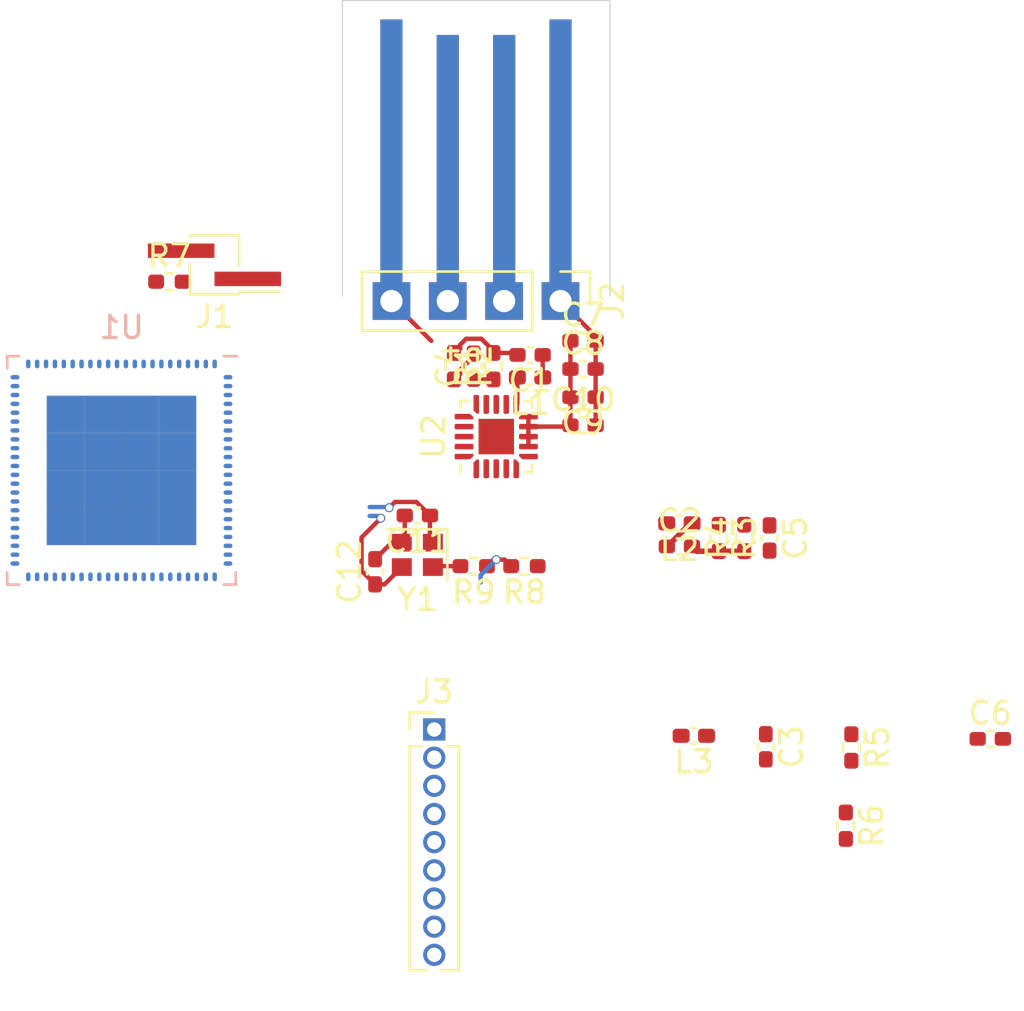
<source format=kicad_pcb>
(kicad_pcb (version 20171130) (host pcbnew "(5.1.9)-1")

  (general
    (thickness 1.6)
    (drawings 3)
    (tracks 71)
    (zones 0)
    (modules 30)
    (nets 74)
  )

  (page A4)
  (layers
    (0 F.Cu signal)
    (31 B.Cu signal)
    (32 B.Adhes user)
    (33 F.Adhes user)
    (34 B.Paste user)
    (35 F.Paste user)
    (36 B.SilkS user)
    (37 F.SilkS user)
    (38 B.Mask user)
    (39 F.Mask user)
    (40 Dwgs.User user)
    (41 Cmts.User user)
    (42 Eco1.User user)
    (43 Eco2.User user)
    (44 Edge.Cuts user)
    (45 Margin user)
    (46 B.CrtYd user)
    (47 F.CrtYd user)
    (48 B.Fab user)
    (49 F.Fab user)
  )

  (setup
    (last_trace_width 0.2)
    (trace_clearance 0.2)
    (zone_clearance 0.508)
    (zone_45_only no)
    (trace_min 0.2)
    (via_size 0.4)
    (via_drill 0.3)
    (via_min_size 0.4)
    (via_min_drill 0.3)
    (uvia_size 0.3)
    (uvia_drill 0.1)
    (uvias_allowed no)
    (uvia_min_size 0.2)
    (uvia_min_drill 0.1)
    (edge_width 0.05)
    (segment_width 0.2)
    (pcb_text_width 0.3)
    (pcb_text_size 1.5 1.5)
    (mod_edge_width 0.12)
    (mod_text_size 1 1)
    (mod_text_width 0.15)
    (pad_size 1.7 1.7)
    (pad_drill 1)
    (pad_to_mask_clearance 0)
    (aux_axis_origin 0 0)
    (visible_elements 7FFFFFFF)
    (pcbplotparams
      (layerselection 0x010fc_ffffffff)
      (usegerberextensions false)
      (usegerberattributes true)
      (usegerberadvancedattributes true)
      (creategerberjobfile true)
      (excludeedgelayer true)
      (linewidth 0.100000)
      (plotframeref false)
      (viasonmask false)
      (mode 1)
      (useauxorigin false)
      (hpglpennumber 1)
      (hpglpenspeed 20)
      (hpglpendiameter 15.000000)
      (psnegative false)
      (psa4output false)
      (plotreference true)
      (plotvalue true)
      (plotinvisibletext false)
      (padsonsilk false)
      (subtractmaskfromsilk false)
      (outputformat 1)
      (mirror false)
      (drillshape 1)
      (scaleselection 1)
      (outputdirectory ""))
  )

  (net 0 "")
  (net 1 GND)
  (net 2 +1V1)
  (net 3 +2V5)
  (net 4 +3V3)
  (net 5 /USB_VBUS)
  (net 6 /CLKP)
  (net 7 /CLKN)
  (net 8 /RESET)
  (net 9 /USB_DM)
  (net 10 /USB_DP)
  (net 11 /SD0_D2)
  (net 12 /SD0_D3)
  (net 13 /SD0_CMD)
  (net 14 /SD0_CLK)
  (net 15 /SD0_D0)
  (net 16 /SD0_D1)
  (net 17 /LX1)
  (net 18 /SVREF)
  (net 19 "Net-(U1-Pad1)")
  (net 20 "Net-(U1-Pad3)")
  (net 21 "Net-(U1-Pad6)")
  (net 22 "Net-(U1-Pad7)")
  (net 23 "Net-(U1-Pad8)")
  (net 24 "Net-(U1-Pad9)")
  (net 25 "Net-(U1-Pad10)")
  (net 26 "Net-(U1-Pad11)")
  (net 27 "Net-(U1-Pad12)")
  (net 28 "Net-(U1-Pad13)")
  (net 29 "Net-(U1-Pad14)")
  (net 30 "Net-(U1-Pad15)")
  (net 31 "Net-(U1-Pad16)")
  (net 32 "Net-(U1-Pad17)")
  (net 33 "Net-(U1-Pad18)")
  (net 34 "Net-(U1-Pad19)")
  (net 35 "Net-(U1-Pad21)")
  (net 36 "Net-(U1-Pad23)")
  (net 37 "Net-(U1-Pad24)")
  (net 38 "Net-(U1-Pad25)")
  (net 39 "Net-(U1-Pad26)")
  (net 40 "Net-(U1-Pad27)")
  (net 41 "Net-(U1-Pad28)")
  (net 42 "Net-(U1-Pad29)")
  (net 43 /SDA)
  (net 44 /SCL)
  (net 45 "Net-(U1-Pad39)")
  (net 46 "Net-(U1-Pad40)")
  (net 47 "Net-(U1-Pad41)")
  (net 48 "Net-(U1-Pad42)")
  (net 49 "Net-(U1-Pad43)")
  (net 50 "Net-(U1-Pad44)")
  (net 51 "Net-(U1-Pad45)")
  (net 52 "Net-(U1-Pad46)")
  (net 53 "Net-(U1-Pad47)")
  (net 54 /TX)
  (net 55 /RX)
  (net 56 /SPI_CLK)
  (net 57 /SPI_CS)
  (net 58 /SPI_MISO)
  (net 59 /SPI_MOSI)
  (net 60 "Net-(U1-Pad72)")
  (net 61 "Net-(U1-Pad75)")
  (net 62 "Net-(U1-Pad76)")
  (net 63 "Net-(U1-Pad77)")
  (net 64 "Net-(U1-Pad78)")
  (net 65 "Net-(U1-Pad79)")
  (net 66 "Net-(U1-Pad81)")
  (net 67 "Net-(U1-Pad83)")
  (net 68 "Net-(U1-Pad88)")
  (net 69 /FB3)
  (net 70 /FB2)
  (net 71 /LX2)
  (net 72 /LX3)
  (net 73 /FB1)

  (net_class Default "This is the default net class."
    (clearance 0.2)
    (trace_width 0.2)
    (via_dia 0.4)
    (via_drill 0.3)
    (uvia_dia 0.3)
    (uvia_drill 0.1)
    (add_net +1V1)
    (add_net +2V5)
    (add_net +3V3)
    (add_net /CLKN)
    (add_net /CLKP)
    (add_net /FB1)
    (add_net /FB2)
    (add_net /FB3)
    (add_net /LX1)
    (add_net /LX2)
    (add_net /LX3)
    (add_net /RESET)
    (add_net /RX)
    (add_net /SCL)
    (add_net /SD0_CLK)
    (add_net /SD0_CMD)
    (add_net /SD0_D0)
    (add_net /SD0_D1)
    (add_net /SD0_D2)
    (add_net /SD0_D3)
    (add_net /SDA)
    (add_net /SPI_CLK)
    (add_net /SPI_CS)
    (add_net /SPI_MISO)
    (add_net /SPI_MOSI)
    (add_net /SVREF)
    (add_net /TX)
    (add_net /USB_DM)
    (add_net /USB_DP)
    (add_net /USB_VBUS)
    (add_net GND)
    (add_net "Net-(U1-Pad1)")
    (add_net "Net-(U1-Pad10)")
    (add_net "Net-(U1-Pad11)")
    (add_net "Net-(U1-Pad12)")
    (add_net "Net-(U1-Pad13)")
    (add_net "Net-(U1-Pad14)")
    (add_net "Net-(U1-Pad15)")
    (add_net "Net-(U1-Pad16)")
    (add_net "Net-(U1-Pad17)")
    (add_net "Net-(U1-Pad18)")
    (add_net "Net-(U1-Pad19)")
    (add_net "Net-(U1-Pad21)")
    (add_net "Net-(U1-Pad23)")
    (add_net "Net-(U1-Pad24)")
    (add_net "Net-(U1-Pad25)")
    (add_net "Net-(U1-Pad26)")
    (add_net "Net-(U1-Pad27)")
    (add_net "Net-(U1-Pad28)")
    (add_net "Net-(U1-Pad29)")
    (add_net "Net-(U1-Pad3)")
    (add_net "Net-(U1-Pad39)")
    (add_net "Net-(U1-Pad40)")
    (add_net "Net-(U1-Pad41)")
    (add_net "Net-(U1-Pad42)")
    (add_net "Net-(U1-Pad43)")
    (add_net "Net-(U1-Pad44)")
    (add_net "Net-(U1-Pad45)")
    (add_net "Net-(U1-Pad46)")
    (add_net "Net-(U1-Pad47)")
    (add_net "Net-(U1-Pad6)")
    (add_net "Net-(U1-Pad7)")
    (add_net "Net-(U1-Pad72)")
    (add_net "Net-(U1-Pad75)")
    (add_net "Net-(U1-Pad76)")
    (add_net "Net-(U1-Pad77)")
    (add_net "Net-(U1-Pad78)")
    (add_net "Net-(U1-Pad79)")
    (add_net "Net-(U1-Pad8)")
    (add_net "Net-(U1-Pad81)")
    (add_net "Net-(U1-Pad83)")
    (add_net "Net-(U1-Pad88)")
    (add_net "Net-(U1-Pad9)")
  )

  (module Connector_PinHeader_2.54mm:PinHeader_1x04_P2.54mm_Vertical locked (layer F.Cu) (tedit 60F6C317) (tstamp 60F482BE)
    (at 109.83 83.55076 270)
    (descr "Through hole straight pin header, 1x04, 2.54mm pitch, single row")
    (tags "Through hole pin header THT 1x04 2.54mm single row")
    (path /60F127A8)
    (fp_text reference J2 (at 0 -2.33 90) (layer F.SilkS)
      (effects (font (size 1 1) (thickness 0.15)))
    )
    (fp_text value Conn_01x04 (at 0 9.95 90) (layer F.Fab)
      (effects (font (size 1 1) (thickness 0.15)))
    )
    (fp_line (start 1.8 -1.8) (end -1.8 -1.8) (layer F.CrtYd) (width 0.05))
    (fp_line (start 1.8 9.4) (end 1.8 -1.8) (layer F.CrtYd) (width 0.05))
    (fp_line (start -1.8 9.4) (end 1.8 9.4) (layer F.CrtYd) (width 0.05))
    (fp_line (start -1.8 -1.8) (end -1.8 9.4) (layer F.CrtYd) (width 0.05))
    (fp_line (start -1.33 -1.33) (end 0 -1.33) (layer F.SilkS) (width 0.12))
    (fp_line (start -1.33 0) (end -1.33 -1.33) (layer F.SilkS) (width 0.12))
    (fp_line (start -1.33 1.27) (end 1.33 1.27) (layer F.SilkS) (width 0.12))
    (fp_line (start 1.33 1.27) (end 1.33 8.95) (layer F.SilkS) (width 0.12))
    (fp_line (start -1.33 1.27) (end -1.33 8.95) (layer F.SilkS) (width 0.12))
    (fp_line (start -1.33 8.95) (end 1.33 8.95) (layer F.SilkS) (width 0.12))
    (fp_line (start -1.27 -0.635) (end -0.635 -1.27) (layer F.Fab) (width 0.1))
    (fp_line (start -1.27 8.89) (end -1.27 -0.635) (layer F.Fab) (width 0.1))
    (fp_line (start 1.27 8.89) (end -1.27 8.89) (layer F.Fab) (width 0.1))
    (fp_line (start 1.27 -1.27) (end 1.27 8.89) (layer F.Fab) (width 0.1))
    (fp_line (start -0.635 -1.27) (end 1.27 -1.27) (layer F.Fab) (width 0.1))
    (fp_text user %R (at 0 3.81) (layer F.Fab)
      (effects (font (size 1 1) (thickness 0.15)))
    )
    (pad 1 thru_hole custom (at 0 0 270) (size 1.7 1.7) (drill 1) (layers F.Cu F.Mask)
      (net 1 GND) (zone_connect 0)
      (options (clearance outline) (anchor rect))
      (primitives
        (gr_poly (pts
           (xy 0 -0.5) (xy -12.7 -0.5) (xy -12.7 0.5) (xy 0 0.5)) (width 0))
      ))
    (pad 2 thru_hole custom (at 0 2.54 270) (size 1.7 1.7) (drill 1) (layers F.Cu F.Mask)
      (net 9 /USB_DM) (zone_connect 0)
      (options (clearance outline) (anchor rect))
      (primitives
        (gr_poly (pts
           (xy 0 -0.5) (xy -12 -0.5) (xy -12 0.5) (xy 0 0.5)) (width 0))
      ))
    (pad 3 thru_hole custom (at 0 5.08 270) (size 1.7 1.7) (drill 1) (layers F.Cu F.Mask)
      (net 10 /USB_DP) (zone_connect 0)
      (options (clearance outline) (anchor rect))
      (primitives
        (gr_poly (pts
           (xy 0 -0.5) (xy -12 -0.5) (xy -12 0.5) (xy 0 0.5)) (width 0))
      ))
    (pad 4 thru_hole custom (at 0 7.62 270) (size 1.7 1.7) (drill 1) (layers F.Cu F.Mask)
      (net 5 /USB_VBUS) (zone_connect 0)
      (options (clearance outline) (anchor rect))
      (primitives
        (gr_poly (pts
           (xy 0 -0.5) (xy -12.7 -0.5) (xy -12.7 0.5) (xy 0 0.5)) (width 0))
      ))
    (model ${KISYS3DMOD}/Connector_PinHeader_2.54mm.3dshapes/PinHeader_1x04_P2.54mm_Vertical.wrl
      (at (xyz 0 0 0))
      (scale (xyz 1 1 1))
      (rotate (xyz 0 0 0))
    )
  )

  (module Capacitor_SMD:C_0402_1005Metric_Pad0.74x0.62mm_HandSolder (layer F.Cu) (tedit 5F6BB22C) (tstamp 60F4667D)
    (at 108.458 85.979 180)
    (descr "Capacitor SMD 0402 (1005 Metric), square (rectangular) end terminal, IPC_7351 nominal with elongated pad for handsoldering. (Body size source: IPC-SM-782 page 76, https://www.pcb-3d.com/wordpress/wp-content/uploads/ipc-sm-782a_amendment_1_and_2.pdf), generated with kicad-footprint-generator")
    (tags "capacitor handsolder")
    (path /60F7AADF)
    (attr smd)
    (fp_text reference C1 (at 0 -1.16) (layer F.SilkS)
      (effects (font (size 1 1) (thickness 0.15)))
    )
    (fp_text value 220p (at 0 1.16) (layer F.Fab)
      (effects (font (size 1 1) (thickness 0.15)))
    )
    (fp_line (start -0.5 0.25) (end -0.5 -0.25) (layer F.Fab) (width 0.1))
    (fp_line (start -0.5 -0.25) (end 0.5 -0.25) (layer F.Fab) (width 0.1))
    (fp_line (start 0.5 -0.25) (end 0.5 0.25) (layer F.Fab) (width 0.1))
    (fp_line (start 0.5 0.25) (end -0.5 0.25) (layer F.Fab) (width 0.1))
    (fp_line (start -0.115835 -0.36) (end 0.115835 -0.36) (layer F.SilkS) (width 0.12))
    (fp_line (start -0.115835 0.36) (end 0.115835 0.36) (layer F.SilkS) (width 0.12))
    (fp_line (start -1.08 0.46) (end -1.08 -0.46) (layer F.CrtYd) (width 0.05))
    (fp_line (start -1.08 -0.46) (end 1.08 -0.46) (layer F.CrtYd) (width 0.05))
    (fp_line (start 1.08 -0.46) (end 1.08 0.46) (layer F.CrtYd) (width 0.05))
    (fp_line (start 1.08 0.46) (end -1.08 0.46) (layer F.CrtYd) (width 0.05))
    (fp_text user %R (at 0 0) (layer F.Fab)
      (effects (font (size 0.25 0.25) (thickness 0.04)))
    )
    (pad 2 smd roundrect (at 0.5675 0 180) (size 0.735 0.62) (layers F.Cu F.Paste F.Mask) (roundrect_rratio 0.25)
      (net 73 /FB1))
    (pad 1 smd roundrect (at -0.5675 0 180) (size 0.735 0.62) (layers F.Cu F.Paste F.Mask) (roundrect_rratio 0.25)
      (net 2 +1V1))
    (model ${KISYS3DMOD}/Capacitor_SMD.3dshapes/C_0402_1005Metric.wrl
      (at (xyz 0 0 0))
      (scale (xyz 1 1 1))
      (rotate (xyz 0 0 0))
    )
  )

  (module Capacitor_SMD:C_0402_1005Metric_Pad0.74x0.62mm_HandSolder (layer F.Cu) (tedit 5F6BB22C) (tstamp 60F4668E)
    (at 115.189 94.615)
    (descr "Capacitor SMD 0402 (1005 Metric), square (rectangular) end terminal, IPC_7351 nominal with elongated pad for handsoldering. (Body size source: IPC-SM-782 page 76, https://www.pcb-3d.com/wordpress/wp-content/uploads/ipc-sm-782a_amendment_1_and_2.pdf), generated with kicad-footprint-generator")
    (tags "capacitor handsolder")
    (path /60F6F307)
    (attr smd)
    (fp_text reference C2 (at 0 -1.16) (layer F.SilkS)
      (effects (font (size 1 1) (thickness 0.15)))
    )
    (fp_text value 220p (at 0 1.16) (layer F.Fab)
      (effects (font (size 1 1) (thickness 0.15)))
    )
    (fp_line (start 1.08 0.46) (end -1.08 0.46) (layer F.CrtYd) (width 0.05))
    (fp_line (start 1.08 -0.46) (end 1.08 0.46) (layer F.CrtYd) (width 0.05))
    (fp_line (start -1.08 -0.46) (end 1.08 -0.46) (layer F.CrtYd) (width 0.05))
    (fp_line (start -1.08 0.46) (end -1.08 -0.46) (layer F.CrtYd) (width 0.05))
    (fp_line (start -0.115835 0.36) (end 0.115835 0.36) (layer F.SilkS) (width 0.12))
    (fp_line (start -0.115835 -0.36) (end 0.115835 -0.36) (layer F.SilkS) (width 0.12))
    (fp_line (start 0.5 0.25) (end -0.5 0.25) (layer F.Fab) (width 0.1))
    (fp_line (start 0.5 -0.25) (end 0.5 0.25) (layer F.Fab) (width 0.1))
    (fp_line (start -0.5 -0.25) (end 0.5 -0.25) (layer F.Fab) (width 0.1))
    (fp_line (start -0.5 0.25) (end -0.5 -0.25) (layer F.Fab) (width 0.1))
    (fp_text user %R (at 0 0) (layer F.Fab)
      (effects (font (size 0.25 0.25) (thickness 0.04)))
    )
    (pad 1 smd roundrect (at -0.5675 0) (size 0.735 0.62) (layers F.Cu F.Paste F.Mask) (roundrect_rratio 0.25)
      (net 3 +2V5))
    (pad 2 smd roundrect (at 0.5675 0) (size 0.735 0.62) (layers F.Cu F.Paste F.Mask) (roundrect_rratio 0.25)
      (net 70 /FB2))
    (model ${KISYS3DMOD}/Capacitor_SMD.3dshapes/C_0402_1005Metric.wrl
      (at (xyz 0 0 0))
      (scale (xyz 1 1 1))
      (rotate (xyz 0 0 0))
    )
  )

  (module Capacitor_SMD:C_0402_1005Metric_Pad0.74x0.62mm_HandSolder (layer F.Cu) (tedit 5F6BB22C) (tstamp 60F4669F)
    (at 119.08282 103.64724 270)
    (descr "Capacitor SMD 0402 (1005 Metric), square (rectangular) end terminal, IPC_7351 nominal with elongated pad for handsoldering. (Body size source: IPC-SM-782 page 76, https://www.pcb-3d.com/wordpress/wp-content/uploads/ipc-sm-782a_amendment_1_and_2.pdf), generated with kicad-footprint-generator")
    (tags "capacitor handsolder")
    (path /60F782B8)
    (attr smd)
    (fp_text reference C3 (at 0 -1.16 90) (layer F.SilkS)
      (effects (font (size 1 1) (thickness 0.15)))
    )
    (fp_text value 220p (at 0 1.16 90) (layer F.Fab)
      (effects (font (size 1 1) (thickness 0.15)))
    )
    (fp_line (start -0.5 0.25) (end -0.5 -0.25) (layer F.Fab) (width 0.1))
    (fp_line (start -0.5 -0.25) (end 0.5 -0.25) (layer F.Fab) (width 0.1))
    (fp_line (start 0.5 -0.25) (end 0.5 0.25) (layer F.Fab) (width 0.1))
    (fp_line (start 0.5 0.25) (end -0.5 0.25) (layer F.Fab) (width 0.1))
    (fp_line (start -0.115835 -0.36) (end 0.115835 -0.36) (layer F.SilkS) (width 0.12))
    (fp_line (start -0.115835 0.36) (end 0.115835 0.36) (layer F.SilkS) (width 0.12))
    (fp_line (start -1.08 0.46) (end -1.08 -0.46) (layer F.CrtYd) (width 0.05))
    (fp_line (start -1.08 -0.46) (end 1.08 -0.46) (layer F.CrtYd) (width 0.05))
    (fp_line (start 1.08 -0.46) (end 1.08 0.46) (layer F.CrtYd) (width 0.05))
    (fp_line (start 1.08 0.46) (end -1.08 0.46) (layer F.CrtYd) (width 0.05))
    (fp_text user %R (at 0 0 90) (layer F.Fab)
      (effects (font (size 0.25 0.25) (thickness 0.04)))
    )
    (pad 2 smd roundrect (at 0.5675 0 270) (size 0.735 0.62) (layers F.Cu F.Paste F.Mask) (roundrect_rratio 0.25)
      (net 69 /FB3))
    (pad 1 smd roundrect (at -0.5675 0 270) (size 0.735 0.62) (layers F.Cu F.Paste F.Mask) (roundrect_rratio 0.25)
      (net 4 +3V3))
    (model ${KISYS3DMOD}/Capacitor_SMD.3dshapes/C_0402_1005Metric.wrl
      (at (xyz 0 0 0))
      (scale (xyz 1 1 1))
      (rotate (xyz 0 0 0))
    )
  )

  (module Capacitor_SMD:C_0402_1005Metric_Pad0.74x0.62mm_HandSolder (layer F.Cu) (tedit 5F6BB22C) (tstamp 60F466B0)
    (at 105.918 86.487 90)
    (descr "Capacitor SMD 0402 (1005 Metric), square (rectangular) end terminal, IPC_7351 nominal with elongated pad for handsoldering. (Body size source: IPC-SM-782 page 76, https://www.pcb-3d.com/wordpress/wp-content/uploads/ipc-sm-782a_amendment_1_and_2.pdf), generated with kicad-footprint-generator")
    (tags "capacitor handsolder")
    (path /60F7AAF1)
    (attr smd)
    (fp_text reference C4 (at 0 -1.16 90) (layer F.SilkS)
      (effects (font (size 1 1) (thickness 0.15)))
    )
    (fp_text value 10u (at 0 1.16 90) (layer F.Fab)
      (effects (font (size 1 1) (thickness 0.15)))
    )
    (fp_line (start -0.5 0.25) (end -0.5 -0.25) (layer F.Fab) (width 0.1))
    (fp_line (start -0.5 -0.25) (end 0.5 -0.25) (layer F.Fab) (width 0.1))
    (fp_line (start 0.5 -0.25) (end 0.5 0.25) (layer F.Fab) (width 0.1))
    (fp_line (start 0.5 0.25) (end -0.5 0.25) (layer F.Fab) (width 0.1))
    (fp_line (start -0.115835 -0.36) (end 0.115835 -0.36) (layer F.SilkS) (width 0.12))
    (fp_line (start -0.115835 0.36) (end 0.115835 0.36) (layer F.SilkS) (width 0.12))
    (fp_line (start -1.08 0.46) (end -1.08 -0.46) (layer F.CrtYd) (width 0.05))
    (fp_line (start -1.08 -0.46) (end 1.08 -0.46) (layer F.CrtYd) (width 0.05))
    (fp_line (start 1.08 -0.46) (end 1.08 0.46) (layer F.CrtYd) (width 0.05))
    (fp_line (start 1.08 0.46) (end -1.08 0.46) (layer F.CrtYd) (width 0.05))
    (fp_text user %R (at 0 0 90) (layer F.Fab)
      (effects (font (size 0.25 0.25) (thickness 0.04)))
    )
    (pad 2 smd roundrect (at 0.5675 0 90) (size 0.735 0.62) (layers F.Cu F.Paste F.Mask) (roundrect_rratio 0.25)
      (net 1 GND))
    (pad 1 smd roundrect (at -0.5675 0 90) (size 0.735 0.62) (layers F.Cu F.Paste F.Mask) (roundrect_rratio 0.25)
      (net 2 +1V1))
    (model ${KISYS3DMOD}/Capacitor_SMD.3dshapes/C_0402_1005Metric.wrl
      (at (xyz 0 0 0))
      (scale (xyz 1 1 1))
      (rotate (xyz 0 0 0))
    )
  )

  (module Capacitor_SMD:C_0402_1005Metric_Pad0.74x0.62mm_HandSolder (layer F.Cu) (tedit 5F6BB22C) (tstamp 60F466C1)
    (at 119.253 94.234 270)
    (descr "Capacitor SMD 0402 (1005 Metric), square (rectangular) end terminal, IPC_7351 nominal with elongated pad for handsoldering. (Body size source: IPC-SM-782 page 76, https://www.pcb-3d.com/wordpress/wp-content/uploads/ipc-sm-782a_amendment_1_and_2.pdf), generated with kicad-footprint-generator")
    (tags "capacitor handsolder")
    (path /60F71B19)
    (attr smd)
    (fp_text reference C5 (at 0 -1.16 90) (layer F.SilkS)
      (effects (font (size 1 1) (thickness 0.15)))
    )
    (fp_text value 10u (at 0 1.16 90) (layer F.Fab)
      (effects (font (size 1 1) (thickness 0.15)))
    )
    (fp_line (start -0.5 0.25) (end -0.5 -0.25) (layer F.Fab) (width 0.1))
    (fp_line (start -0.5 -0.25) (end 0.5 -0.25) (layer F.Fab) (width 0.1))
    (fp_line (start 0.5 -0.25) (end 0.5 0.25) (layer F.Fab) (width 0.1))
    (fp_line (start 0.5 0.25) (end -0.5 0.25) (layer F.Fab) (width 0.1))
    (fp_line (start -0.115835 -0.36) (end 0.115835 -0.36) (layer F.SilkS) (width 0.12))
    (fp_line (start -0.115835 0.36) (end 0.115835 0.36) (layer F.SilkS) (width 0.12))
    (fp_line (start -1.08 0.46) (end -1.08 -0.46) (layer F.CrtYd) (width 0.05))
    (fp_line (start -1.08 -0.46) (end 1.08 -0.46) (layer F.CrtYd) (width 0.05))
    (fp_line (start 1.08 -0.46) (end 1.08 0.46) (layer F.CrtYd) (width 0.05))
    (fp_line (start 1.08 0.46) (end -1.08 0.46) (layer F.CrtYd) (width 0.05))
    (fp_text user %R (at 0 0 90) (layer F.Fab)
      (effects (font (size 0.25 0.25) (thickness 0.04)))
    )
    (pad 2 smd roundrect (at 0.5675 0 270) (size 0.735 0.62) (layers F.Cu F.Paste F.Mask) (roundrect_rratio 0.25)
      (net 1 GND))
    (pad 1 smd roundrect (at -0.5675 0 270) (size 0.735 0.62) (layers F.Cu F.Paste F.Mask) (roundrect_rratio 0.25)
      (net 3 +2V5))
    (model ${KISYS3DMOD}/Capacitor_SMD.3dshapes/C_0402_1005Metric.wrl
      (at (xyz 0 0 0))
      (scale (xyz 1 1 1))
      (rotate (xyz 0 0 0))
    )
  )

  (module Capacitor_SMD:C_0402_1005Metric_Pad0.74x0.62mm_HandSolder (layer F.Cu) (tedit 5F6BB22C) (tstamp 60F466D2)
    (at 129.19964 103.29164)
    (descr "Capacitor SMD 0402 (1005 Metric), square (rectangular) end terminal, IPC_7351 nominal with elongated pad for handsoldering. (Body size source: IPC-SM-782 page 76, https://www.pcb-3d.com/wordpress/wp-content/uploads/ipc-sm-782a_amendment_1_and_2.pdf), generated with kicad-footprint-generator")
    (tags "capacitor handsolder")
    (path /60F782CA)
    (attr smd)
    (fp_text reference C6 (at 0 -1.16) (layer F.SilkS)
      (effects (font (size 1 1) (thickness 0.15)))
    )
    (fp_text value 10u (at 0 1.16) (layer F.Fab)
      (effects (font (size 1 1) (thickness 0.15)))
    )
    (fp_line (start -0.5 0.25) (end -0.5 -0.25) (layer F.Fab) (width 0.1))
    (fp_line (start -0.5 -0.25) (end 0.5 -0.25) (layer F.Fab) (width 0.1))
    (fp_line (start 0.5 -0.25) (end 0.5 0.25) (layer F.Fab) (width 0.1))
    (fp_line (start 0.5 0.25) (end -0.5 0.25) (layer F.Fab) (width 0.1))
    (fp_line (start -0.115835 -0.36) (end 0.115835 -0.36) (layer F.SilkS) (width 0.12))
    (fp_line (start -0.115835 0.36) (end 0.115835 0.36) (layer F.SilkS) (width 0.12))
    (fp_line (start -1.08 0.46) (end -1.08 -0.46) (layer F.CrtYd) (width 0.05))
    (fp_line (start -1.08 -0.46) (end 1.08 -0.46) (layer F.CrtYd) (width 0.05))
    (fp_line (start 1.08 -0.46) (end 1.08 0.46) (layer F.CrtYd) (width 0.05))
    (fp_line (start 1.08 0.46) (end -1.08 0.46) (layer F.CrtYd) (width 0.05))
    (fp_text user %R (at 0 0) (layer F.Fab)
      (effects (font (size 0.25 0.25) (thickness 0.04)))
    )
    (pad 2 smd roundrect (at 0.5675 0) (size 0.735 0.62) (layers F.Cu F.Paste F.Mask) (roundrect_rratio 0.25)
      (net 1 GND))
    (pad 1 smd roundrect (at -0.5675 0) (size 0.735 0.62) (layers F.Cu F.Paste F.Mask) (roundrect_rratio 0.25)
      (net 4 +3V3))
    (model ${KISYS3DMOD}/Capacitor_SMD.3dshapes/C_0402_1005Metric.wrl
      (at (xyz 0 0 0))
      (scale (xyz 1 1 1))
      (rotate (xyz 0 0 0))
    )
  )

  (module Capacitor_SMD:C_0402_1005Metric_Pad0.74x0.62mm_HandSolder (layer F.Cu) (tedit 5F6BB22C) (tstamp 60F466E3)
    (at 110.8456 85.344)
    (descr "Capacitor SMD 0402 (1005 Metric), square (rectangular) end terminal, IPC_7351 nominal with elongated pad for handsoldering. (Body size source: IPC-SM-782 page 76, https://www.pcb-3d.com/wordpress/wp-content/uploads/ipc-sm-782a_amendment_1_and_2.pdf), generated with kicad-footprint-generator")
    (tags "capacitor handsolder")
    (path /60F65A8A)
    (attr smd)
    (fp_text reference C7 (at 0 -1.16) (layer F.SilkS)
      (effects (font (size 1 1) (thickness 0.15)))
    )
    (fp_text value 10u (at 0 1.16) (layer F.Fab)
      (effects (font (size 1 1) (thickness 0.15)))
    )
    (fp_text user %R (at 0 0) (layer F.Fab)
      (effects (font (size 0.25 0.25) (thickness 0.04)))
    )
    (fp_line (start 1.08 0.46) (end -1.08 0.46) (layer F.CrtYd) (width 0.05))
    (fp_line (start 1.08 -0.46) (end 1.08 0.46) (layer F.CrtYd) (width 0.05))
    (fp_line (start -1.08 -0.46) (end 1.08 -0.46) (layer F.CrtYd) (width 0.05))
    (fp_line (start -1.08 0.46) (end -1.08 -0.46) (layer F.CrtYd) (width 0.05))
    (fp_line (start -0.115835 0.36) (end 0.115835 0.36) (layer F.SilkS) (width 0.12))
    (fp_line (start -0.115835 -0.36) (end 0.115835 -0.36) (layer F.SilkS) (width 0.12))
    (fp_line (start 0.5 0.25) (end -0.5 0.25) (layer F.Fab) (width 0.1))
    (fp_line (start 0.5 -0.25) (end 0.5 0.25) (layer F.Fab) (width 0.1))
    (fp_line (start -0.5 -0.25) (end 0.5 -0.25) (layer F.Fab) (width 0.1))
    (fp_line (start -0.5 0.25) (end -0.5 -0.25) (layer F.Fab) (width 0.1))
    (pad 1 smd roundrect (at -0.5675 0) (size 0.735 0.62) (layers F.Cu F.Paste F.Mask) (roundrect_rratio 0.25)
      (net 5 /USB_VBUS))
    (pad 2 smd roundrect (at 0.5675 0) (size 0.735 0.62) (layers F.Cu F.Paste F.Mask) (roundrect_rratio 0.25)
      (net 1 GND))
    (model ${KISYS3DMOD}/Capacitor_SMD.3dshapes/C_0402_1005Metric.wrl
      (at (xyz 0 0 0))
      (scale (xyz 1 1 1))
      (rotate (xyz 0 0 0))
    )
  )

  (module Capacitor_SMD:C_0402_1005Metric_Pad0.74x0.62mm_HandSolder (layer F.Cu) (tedit 5F6BB22C) (tstamp 60F466F4)
    (at 110.8456 86.614)
    (descr "Capacitor SMD 0402 (1005 Metric), square (rectangular) end terminal, IPC_7351 nominal with elongated pad for handsoldering. (Body size source: IPC-SM-782 page 76, https://www.pcb-3d.com/wordpress/wp-content/uploads/ipc-sm-782a_amendment_1_and_2.pdf), generated with kicad-footprint-generator")
    (tags "capacitor handsolder")
    (path /60F63A61)
    (attr smd)
    (fp_text reference C8 (at 0 -1.16) (layer F.SilkS)
      (effects (font (size 1 1) (thickness 0.15)))
    )
    (fp_text value 10u (at 0 1.16) (layer F.Fab)
      (effects (font (size 1 1) (thickness 0.15)))
    )
    (fp_text user %R (at 0 0) (layer F.Fab)
      (effects (font (size 0.25 0.25) (thickness 0.04)))
    )
    (fp_line (start -0.5 0.25) (end -0.5 -0.25) (layer F.Fab) (width 0.1))
    (fp_line (start -0.5 -0.25) (end 0.5 -0.25) (layer F.Fab) (width 0.1))
    (fp_line (start 0.5 -0.25) (end 0.5 0.25) (layer F.Fab) (width 0.1))
    (fp_line (start 0.5 0.25) (end -0.5 0.25) (layer F.Fab) (width 0.1))
    (fp_line (start -0.115835 -0.36) (end 0.115835 -0.36) (layer F.SilkS) (width 0.12))
    (fp_line (start -0.115835 0.36) (end 0.115835 0.36) (layer F.SilkS) (width 0.12))
    (fp_line (start -1.08 0.46) (end -1.08 -0.46) (layer F.CrtYd) (width 0.05))
    (fp_line (start -1.08 -0.46) (end 1.08 -0.46) (layer F.CrtYd) (width 0.05))
    (fp_line (start 1.08 -0.46) (end 1.08 0.46) (layer F.CrtYd) (width 0.05))
    (fp_line (start 1.08 0.46) (end -1.08 0.46) (layer F.CrtYd) (width 0.05))
    (pad 2 smd roundrect (at 0.5675 0) (size 0.735 0.62) (layers F.Cu F.Paste F.Mask) (roundrect_rratio 0.25)
      (net 1 GND))
    (pad 1 smd roundrect (at -0.5675 0) (size 0.735 0.62) (layers F.Cu F.Paste F.Mask) (roundrect_rratio 0.25)
      (net 5 /USB_VBUS))
    (model ${KISYS3DMOD}/Capacitor_SMD.3dshapes/C_0402_1005Metric.wrl
      (at (xyz 0 0 0))
      (scale (xyz 1 1 1))
      (rotate (xyz 0 0 0))
    )
  )

  (module Capacitor_SMD:C_0402_1005Metric_Pad0.74x0.62mm_HandSolder (layer F.Cu) (tedit 5F6BB22C) (tstamp 60F46705)
    (at 110.8456 87.884 180)
    (descr "Capacitor SMD 0402 (1005 Metric), square (rectangular) end terminal, IPC_7351 nominal with elongated pad for handsoldering. (Body size source: IPC-SM-782 page 76, https://www.pcb-3d.com/wordpress/wp-content/uploads/ipc-sm-782a_amendment_1_and_2.pdf), generated with kicad-footprint-generator")
    (tags "capacitor handsolder")
    (path /60F634B3)
    (attr smd)
    (fp_text reference C9 (at 0 -1.16) (layer F.SilkS)
      (effects (font (size 1 1) (thickness 0.15)))
    )
    (fp_text value 10u (at 0 1.16) (layer F.Fab)
      (effects (font (size 1 1) (thickness 0.15)))
    )
    (fp_text user %R (at 0 0) (layer F.Fab)
      (effects (font (size 0.25 0.25) (thickness 0.04)))
    )
    (fp_line (start -0.5 0.25) (end -0.5 -0.25) (layer F.Fab) (width 0.1))
    (fp_line (start -0.5 -0.25) (end 0.5 -0.25) (layer F.Fab) (width 0.1))
    (fp_line (start 0.5 -0.25) (end 0.5 0.25) (layer F.Fab) (width 0.1))
    (fp_line (start 0.5 0.25) (end -0.5 0.25) (layer F.Fab) (width 0.1))
    (fp_line (start -0.115835 -0.36) (end 0.115835 -0.36) (layer F.SilkS) (width 0.12))
    (fp_line (start -0.115835 0.36) (end 0.115835 0.36) (layer F.SilkS) (width 0.12))
    (fp_line (start -1.08 0.46) (end -1.08 -0.46) (layer F.CrtYd) (width 0.05))
    (fp_line (start -1.08 -0.46) (end 1.08 -0.46) (layer F.CrtYd) (width 0.05))
    (fp_line (start 1.08 -0.46) (end 1.08 0.46) (layer F.CrtYd) (width 0.05))
    (fp_line (start 1.08 0.46) (end -1.08 0.46) (layer F.CrtYd) (width 0.05))
    (pad 2 smd roundrect (at 0.5675 0 180) (size 0.735 0.62) (layers F.Cu F.Paste F.Mask) (roundrect_rratio 0.25)
      (net 5 /USB_VBUS))
    (pad 1 smd roundrect (at -0.5675 0 180) (size 0.735 0.62) (layers F.Cu F.Paste F.Mask) (roundrect_rratio 0.25)
      (net 1 GND))
    (model ${KISYS3DMOD}/Capacitor_SMD.3dshapes/C_0402_1005Metric.wrl
      (at (xyz 0 0 0))
      (scale (xyz 1 1 1))
      (rotate (xyz 0 0 0))
    )
  )

  (module Capacitor_SMD:C_0402_1005Metric_Pad0.74x0.62mm_HandSolder (layer F.Cu) (tedit 5F6BB22C) (tstamp 60F46716)
    (at 110.8456 89.154)
    (descr "Capacitor SMD 0402 (1005 Metric), square (rectangular) end terminal, IPC_7351 nominal with elongated pad for handsoldering. (Body size source: IPC-SM-782 page 76, https://www.pcb-3d.com/wordpress/wp-content/uploads/ipc-sm-782a_amendment_1_and_2.pdf), generated with kicad-footprint-generator")
    (tags "capacitor handsolder")
    (path /60F655CF)
    (attr smd)
    (fp_text reference C10 (at 0 -1.16) (layer F.SilkS)
      (effects (font (size 1 1) (thickness 0.15)))
    )
    (fp_text value 1u (at 0 1.16) (layer F.Fab)
      (effects (font (size 1 1) (thickness 0.15)))
    )
    (fp_text user %R (at 0 0) (layer F.Fab)
      (effects (font (size 0.25 0.25) (thickness 0.04)))
    )
    (fp_line (start -0.5 0.25) (end -0.5 -0.25) (layer F.Fab) (width 0.1))
    (fp_line (start -0.5 -0.25) (end 0.5 -0.25) (layer F.Fab) (width 0.1))
    (fp_line (start 0.5 -0.25) (end 0.5 0.25) (layer F.Fab) (width 0.1))
    (fp_line (start 0.5 0.25) (end -0.5 0.25) (layer F.Fab) (width 0.1))
    (fp_line (start -0.115835 -0.36) (end 0.115835 -0.36) (layer F.SilkS) (width 0.12))
    (fp_line (start -0.115835 0.36) (end 0.115835 0.36) (layer F.SilkS) (width 0.12))
    (fp_line (start -1.08 0.46) (end -1.08 -0.46) (layer F.CrtYd) (width 0.05))
    (fp_line (start -1.08 -0.46) (end 1.08 -0.46) (layer F.CrtYd) (width 0.05))
    (fp_line (start 1.08 -0.46) (end 1.08 0.46) (layer F.CrtYd) (width 0.05))
    (fp_line (start 1.08 0.46) (end -1.08 0.46) (layer F.CrtYd) (width 0.05))
    (pad 2 smd roundrect (at 0.5675 0) (size 0.735 0.62) (layers F.Cu F.Paste F.Mask) (roundrect_rratio 0.25)
      (net 1 GND))
    (pad 1 smd roundrect (at -0.5675 0) (size 0.735 0.62) (layers F.Cu F.Paste F.Mask) (roundrect_rratio 0.25)
      (net 5 /USB_VBUS))
    (model ${KISYS3DMOD}/Capacitor_SMD.3dshapes/C_0402_1005Metric.wrl
      (at (xyz 0 0 0))
      (scale (xyz 1 1 1))
      (rotate (xyz 0 0 0))
    )
  )

  (module Capacitor_SMD:C_0402_1005Metric_Pad0.74x0.62mm_HandSolder (layer F.Cu) (tedit 5F6BB22C) (tstamp 60F46727)
    (at 103.378 93.218 180)
    (descr "Capacitor SMD 0402 (1005 Metric), square (rectangular) end terminal, IPC_7351 nominal with elongated pad for handsoldering. (Body size source: IPC-SM-782 page 76, https://www.pcb-3d.com/wordpress/wp-content/uploads/ipc-sm-782a_amendment_1_and_2.pdf), generated with kicad-footprint-generator")
    (tags "capacitor handsolder")
    (path /60F332D6)
    (attr smd)
    (fp_text reference C11 (at 0 -1.16) (layer F.SilkS)
      (effects (font (size 1 1) (thickness 0.15)))
    )
    (fp_text value 30p (at 0 1.16) (layer F.Fab)
      (effects (font (size 1 1) (thickness 0.15)))
    )
    (fp_line (start 1.08 0.46) (end -1.08 0.46) (layer F.CrtYd) (width 0.05))
    (fp_line (start 1.08 -0.46) (end 1.08 0.46) (layer F.CrtYd) (width 0.05))
    (fp_line (start -1.08 -0.46) (end 1.08 -0.46) (layer F.CrtYd) (width 0.05))
    (fp_line (start -1.08 0.46) (end -1.08 -0.46) (layer F.CrtYd) (width 0.05))
    (fp_line (start -0.115835 0.36) (end 0.115835 0.36) (layer F.SilkS) (width 0.12))
    (fp_line (start -0.115835 -0.36) (end 0.115835 -0.36) (layer F.SilkS) (width 0.12))
    (fp_line (start 0.5 0.25) (end -0.5 0.25) (layer F.Fab) (width 0.1))
    (fp_line (start 0.5 -0.25) (end 0.5 0.25) (layer F.Fab) (width 0.1))
    (fp_line (start -0.5 -0.25) (end 0.5 -0.25) (layer F.Fab) (width 0.1))
    (fp_line (start -0.5 0.25) (end -0.5 -0.25) (layer F.Fab) (width 0.1))
    (fp_text user %R (at 0 0) (layer F.Fab)
      (effects (font (size 0.25 0.25) (thickness 0.04)))
    )
    (pad 1 smd roundrect (at -0.5675 0 180) (size 0.735 0.62) (layers F.Cu F.Paste F.Mask) (roundrect_rratio 0.25)
      (net 6 /CLKP))
    (pad 2 smd roundrect (at 0.5675 0 180) (size 0.735 0.62) (layers F.Cu F.Paste F.Mask) (roundrect_rratio 0.25)
      (net 1 GND))
    (model ${KISYS3DMOD}/Capacitor_SMD.3dshapes/C_0402_1005Metric.wrl
      (at (xyz 0 0 0))
      (scale (xyz 1 1 1))
      (rotate (xyz 0 0 0))
    )
  )

  (module Capacitor_SMD:C_0402_1005Metric_Pad0.74x0.62mm_HandSolder (layer F.Cu) (tedit 5F6BB22C) (tstamp 60F71205)
    (at 101.473 95.758 90)
    (descr "Capacitor SMD 0402 (1005 Metric), square (rectangular) end terminal, IPC_7351 nominal with elongated pad for handsoldering. (Body size source: IPC-SM-782 page 76, https://www.pcb-3d.com/wordpress/wp-content/uploads/ipc-sm-782a_amendment_1_and_2.pdf), generated with kicad-footprint-generator")
    (tags "capacitor handsolder")
    (path /60F3486A)
    (attr smd)
    (fp_text reference C12 (at 0 -1.16 90) (layer F.SilkS)
      (effects (font (size 1 1) (thickness 0.15)))
    )
    (fp_text value 30p (at 0 1.16 90) (layer F.Fab)
      (effects (font (size 1 1) (thickness 0.15)))
    )
    (fp_line (start 1.08 0.46) (end -1.08 0.46) (layer F.CrtYd) (width 0.05))
    (fp_line (start 1.08 -0.46) (end 1.08 0.46) (layer F.CrtYd) (width 0.05))
    (fp_line (start -1.08 -0.46) (end 1.08 -0.46) (layer F.CrtYd) (width 0.05))
    (fp_line (start -1.08 0.46) (end -1.08 -0.46) (layer F.CrtYd) (width 0.05))
    (fp_line (start -0.115835 0.36) (end 0.115835 0.36) (layer F.SilkS) (width 0.12))
    (fp_line (start -0.115835 -0.36) (end 0.115835 -0.36) (layer F.SilkS) (width 0.12))
    (fp_line (start 0.5 0.25) (end -0.5 0.25) (layer F.Fab) (width 0.1))
    (fp_line (start 0.5 -0.25) (end 0.5 0.25) (layer F.Fab) (width 0.1))
    (fp_line (start -0.5 -0.25) (end 0.5 -0.25) (layer F.Fab) (width 0.1))
    (fp_line (start -0.5 0.25) (end -0.5 -0.25) (layer F.Fab) (width 0.1))
    (fp_text user %R (at 0 0 90) (layer F.Fab)
      (effects (font (size 0.25 0.25) (thickness 0.04)))
    )
    (pad 1 smd roundrect (at -0.5675 0 90) (size 0.735 0.62) (layers F.Cu F.Paste F.Mask) (roundrect_rratio 0.25)
      (net 7 /CLKN))
    (pad 2 smd roundrect (at 0.5675 0 90) (size 0.735 0.62) (layers F.Cu F.Paste F.Mask) (roundrect_rratio 0.25)
      (net 1 GND))
    (model ${KISYS3DMOD}/Capacitor_SMD.3dshapes/C_0402_1005Metric.wrl
      (at (xyz 0 0 0))
      (scale (xyz 1 1 1))
      (rotate (xyz 0 0 0))
    )
  )

  (module Connector_PinHeader_1.27mm:PinHeader_1x09_P1.27mm_Vertical (layer F.Cu) (tedit 59FED6E3) (tstamp 60F46787)
    (at 104.14 102.87)
    (descr "Through hole straight pin header, 1x09, 1.27mm pitch, single row")
    (tags "Through hole pin header THT 1x09 1.27mm single row")
    (path /60F0D183)
    (fp_text reference J3 (at 0 -1.695) (layer F.SilkS)
      (effects (font (size 1 1) (thickness 0.15)))
    )
    (fp_text value Micro_SD_Card (at 0 11.855) (layer F.Fab)
      (effects (font (size 1 1) (thickness 0.15)))
    )
    (fp_line (start 1.55 -1.15) (end -1.55 -1.15) (layer F.CrtYd) (width 0.05))
    (fp_line (start 1.55 11.3) (end 1.55 -1.15) (layer F.CrtYd) (width 0.05))
    (fp_line (start -1.55 11.3) (end 1.55 11.3) (layer F.CrtYd) (width 0.05))
    (fp_line (start -1.55 -1.15) (end -1.55 11.3) (layer F.CrtYd) (width 0.05))
    (fp_line (start -1.11 -0.76) (end 0 -0.76) (layer F.SilkS) (width 0.12))
    (fp_line (start -1.11 0) (end -1.11 -0.76) (layer F.SilkS) (width 0.12))
    (fp_line (start 0.563471 0.76) (end 1.11 0.76) (layer F.SilkS) (width 0.12))
    (fp_line (start -1.11 0.76) (end -0.563471 0.76) (layer F.SilkS) (width 0.12))
    (fp_line (start 1.11 0.76) (end 1.11 10.855) (layer F.SilkS) (width 0.12))
    (fp_line (start -1.11 0.76) (end -1.11 10.855) (layer F.SilkS) (width 0.12))
    (fp_line (start 0.30753 10.855) (end 1.11 10.855) (layer F.SilkS) (width 0.12))
    (fp_line (start -1.11 10.855) (end -0.30753 10.855) (layer F.SilkS) (width 0.12))
    (fp_line (start -1.05 -0.11) (end -0.525 -0.635) (layer F.Fab) (width 0.1))
    (fp_line (start -1.05 10.795) (end -1.05 -0.11) (layer F.Fab) (width 0.1))
    (fp_line (start 1.05 10.795) (end -1.05 10.795) (layer F.Fab) (width 0.1))
    (fp_line (start 1.05 -0.635) (end 1.05 10.795) (layer F.Fab) (width 0.1))
    (fp_line (start -0.525 -0.635) (end 1.05 -0.635) (layer F.Fab) (width 0.1))
    (fp_text user %R (at 0 5.08 90) (layer F.Fab)
      (effects (font (size 1 1) (thickness 0.15)))
    )
    (pad 1 thru_hole rect (at 0 0) (size 1 1) (drill 0.65) (layers *.Cu *.Mask)
      (net 11 /SD0_D2))
    (pad 2 thru_hole oval (at 0 1.27) (size 1 1) (drill 0.65) (layers *.Cu *.Mask)
      (net 12 /SD0_D3))
    (pad 3 thru_hole oval (at 0 2.54) (size 1 1) (drill 0.65) (layers *.Cu *.Mask)
      (net 13 /SD0_CMD))
    (pad 4 thru_hole oval (at 0 3.81) (size 1 1) (drill 0.65) (layers *.Cu *.Mask)
      (net 4 +3V3))
    (pad 5 thru_hole oval (at 0 5.08) (size 1 1) (drill 0.65) (layers *.Cu *.Mask)
      (net 14 /SD0_CLK))
    (pad 6 thru_hole oval (at 0 6.35) (size 1 1) (drill 0.65) (layers *.Cu *.Mask)
      (net 1 GND))
    (pad 7 thru_hole oval (at 0 7.62) (size 1 1) (drill 0.65) (layers *.Cu *.Mask)
      (net 15 /SD0_D0))
    (pad 8 thru_hole oval (at 0 8.89) (size 1 1) (drill 0.65) (layers *.Cu *.Mask)
      (net 16 /SD0_D1))
    (pad 9 thru_hole oval (at 0 10.16) (size 1 1) (drill 0.65) (layers *.Cu *.Mask)
      (net 1 GND))
    (model ${KISYS3DMOD}/Connector_PinHeader_1.27mm.3dshapes/PinHeader_1x09_P1.27mm_Vertical.wrl
      (at (xyz 0 0 0))
      (scale (xyz 1 1 1))
      (rotate (xyz 0 0 0))
    )
  )

  (module Inductor_SMD:L_0402_1005Metric_Pad0.77x0.64mm_HandSolder (layer F.Cu) (tedit 5F6BBB3E) (tstamp 60F46798)
    (at 108.458 86.995 180)
    (descr "Inductor SMD 0402 (1005 Metric), square (rectangular) end terminal, IPC_7351 nominal with elongated pad for handsoldering. (Body size source: http://www.tortai-tech.com/upload/download/2011102023233369053.pdf), generated with kicad-footprint-generator")
    (tags "inductor handsolder")
    (path /60F7AAD9)
    (attr smd)
    (fp_text reference L1 (at 0 -1.17) (layer F.SilkS)
      (effects (font (size 1 1) (thickness 0.15)))
    )
    (fp_text value 1.5u (at 0 1.17) (layer F.Fab)
      (effects (font (size 1 1) (thickness 0.15)))
    )
    (fp_line (start 1.1 0.47) (end -1.1 0.47) (layer F.CrtYd) (width 0.05))
    (fp_line (start 1.1 -0.47) (end 1.1 0.47) (layer F.CrtYd) (width 0.05))
    (fp_line (start -1.1 -0.47) (end 1.1 -0.47) (layer F.CrtYd) (width 0.05))
    (fp_line (start -1.1 0.47) (end -1.1 -0.47) (layer F.CrtYd) (width 0.05))
    (fp_line (start -0.1002 0.36) (end 0.1002 0.36) (layer F.SilkS) (width 0.12))
    (fp_line (start -0.1002 -0.36) (end 0.1002 -0.36) (layer F.SilkS) (width 0.12))
    (fp_line (start 0.5 0.25) (end -0.5 0.25) (layer F.Fab) (width 0.1))
    (fp_line (start 0.5 -0.25) (end 0.5 0.25) (layer F.Fab) (width 0.1))
    (fp_line (start -0.5 -0.25) (end 0.5 -0.25) (layer F.Fab) (width 0.1))
    (fp_line (start -0.5 0.25) (end -0.5 -0.25) (layer F.Fab) (width 0.1))
    (fp_text user %R (at 0 0) (layer F.Fab)
      (effects (font (size 0.25 0.25) (thickness 0.04)))
    )
    (pad 1 smd roundrect (at -0.5725 0 180) (size 0.765 0.64) (layers F.Cu F.Paste F.Mask) (roundrect_rratio 0.25)
      (net 2 +1V1))
    (pad 2 smd roundrect (at 0.5725 0 180) (size 0.765 0.64) (layers F.Cu F.Paste F.Mask) (roundrect_rratio 0.25)
      (net 17 /LX1))
    (model ${KISYS3DMOD}/Inductor_SMD.3dshapes/L_0402_1005Metric.wrl
      (at (xyz 0 0 0))
      (scale (xyz 1 1 1))
      (rotate (xyz 0 0 0))
    )
  )

  (module Inductor_SMD:L_0402_1005Metric_Pad0.77x0.64mm_HandSolder (layer F.Cu) (tedit 5F6BBB3E) (tstamp 60F467A9)
    (at 115.189 93.5736 180)
    (descr "Inductor SMD 0402 (1005 Metric), square (rectangular) end terminal, IPC_7351 nominal with elongated pad for handsoldering. (Body size source: http://www.tortai-tech.com/upload/download/2011102023233369053.pdf), generated with kicad-footprint-generator")
    (tags "inductor handsolder")
    (path /60F6ECE9)
    (attr smd)
    (fp_text reference L2 (at 0 -1.17) (layer F.SilkS)
      (effects (font (size 1 1) (thickness 0.15)))
    )
    (fp_text value 1.5u (at 0 1.17) (layer F.Fab)
      (effects (font (size 1 1) (thickness 0.15)))
    )
    (fp_line (start 1.1 0.47) (end -1.1 0.47) (layer F.CrtYd) (width 0.05))
    (fp_line (start 1.1 -0.47) (end 1.1 0.47) (layer F.CrtYd) (width 0.05))
    (fp_line (start -1.1 -0.47) (end 1.1 -0.47) (layer F.CrtYd) (width 0.05))
    (fp_line (start -1.1 0.47) (end -1.1 -0.47) (layer F.CrtYd) (width 0.05))
    (fp_line (start -0.1002 0.36) (end 0.1002 0.36) (layer F.SilkS) (width 0.12))
    (fp_line (start -0.1002 -0.36) (end 0.1002 -0.36) (layer F.SilkS) (width 0.12))
    (fp_line (start 0.5 0.25) (end -0.5 0.25) (layer F.Fab) (width 0.1))
    (fp_line (start 0.5 -0.25) (end 0.5 0.25) (layer F.Fab) (width 0.1))
    (fp_line (start -0.5 -0.25) (end 0.5 -0.25) (layer F.Fab) (width 0.1))
    (fp_line (start -0.5 0.25) (end -0.5 -0.25) (layer F.Fab) (width 0.1))
    (fp_text user %R (at 0 0) (layer F.Fab)
      (effects (font (size 0.25 0.25) (thickness 0.04)))
    )
    (pad 1 smd roundrect (at -0.5725 0 180) (size 0.765 0.64) (layers F.Cu F.Paste F.Mask) (roundrect_rratio 0.25)
      (net 3 +2V5))
    (pad 2 smd roundrect (at 0.5725 0 180) (size 0.765 0.64) (layers F.Cu F.Paste F.Mask) (roundrect_rratio 0.25)
      (net 71 /LX2))
    (model ${KISYS3DMOD}/Inductor_SMD.3dshapes/L_0402_1005Metric.wrl
      (at (xyz 0 0 0))
      (scale (xyz 1 1 1))
      (rotate (xyz 0 0 0))
    )
  )

  (module Inductor_SMD:L_0402_1005Metric_Pad0.77x0.64mm_HandSolder (layer F.Cu) (tedit 5F6BBB3E) (tstamp 60F569C8)
    (at 115.83924 103.15448 180)
    (descr "Inductor SMD 0402 (1005 Metric), square (rectangular) end terminal, IPC_7351 nominal with elongated pad for handsoldering. (Body size source: http://www.tortai-tech.com/upload/download/2011102023233369053.pdf), generated with kicad-footprint-generator")
    (tags "inductor handsolder")
    (path /60F782B2)
    (attr smd)
    (fp_text reference L3 (at 0 -1.17) (layer F.SilkS)
      (effects (font (size 1 1) (thickness 0.15)))
    )
    (fp_text value 1.5u (at 0 1.17) (layer F.Fab)
      (effects (font (size 1 1) (thickness 0.15)))
    )
    (fp_line (start -0.5 0.25) (end -0.5 -0.25) (layer F.Fab) (width 0.1))
    (fp_line (start -0.5 -0.25) (end 0.5 -0.25) (layer F.Fab) (width 0.1))
    (fp_line (start 0.5 -0.25) (end 0.5 0.25) (layer F.Fab) (width 0.1))
    (fp_line (start 0.5 0.25) (end -0.5 0.25) (layer F.Fab) (width 0.1))
    (fp_line (start -0.1002 -0.36) (end 0.1002 -0.36) (layer F.SilkS) (width 0.12))
    (fp_line (start -0.1002 0.36) (end 0.1002 0.36) (layer F.SilkS) (width 0.12))
    (fp_line (start -1.1 0.47) (end -1.1 -0.47) (layer F.CrtYd) (width 0.05))
    (fp_line (start -1.1 -0.47) (end 1.1 -0.47) (layer F.CrtYd) (width 0.05))
    (fp_line (start 1.1 -0.47) (end 1.1 0.47) (layer F.CrtYd) (width 0.05))
    (fp_line (start 1.1 0.47) (end -1.1 0.47) (layer F.CrtYd) (width 0.05))
    (fp_text user %R (at 0 0) (layer F.Fab)
      (effects (font (size 0.25 0.25) (thickness 0.04)))
    )
    (pad 2 smd roundrect (at 0.5725 0 180) (size 0.765 0.64) (layers F.Cu F.Paste F.Mask) (roundrect_rratio 0.25)
      (net 72 /LX3))
    (pad 1 smd roundrect (at -0.5725 0 180) (size 0.765 0.64) (layers F.Cu F.Paste F.Mask) (roundrect_rratio 0.25)
      (net 4 +3V3))
    (model ${KISYS3DMOD}/Inductor_SMD.3dshapes/L_0402_1005Metric.wrl
      (at (xyz 0 0 0))
      (scale (xyz 1 1 1))
      (rotate (xyz 0 0 0))
    )
  )

  (module Resistor_SMD:R_0402_1005Metric_Pad0.72x0.64mm_HandSolder (layer F.Cu) (tedit 5F6BB9E0) (tstamp 60F467CB)
    (at 106.807 86.487 90)
    (descr "Resistor SMD 0402 (1005 Metric), square (rectangular) end terminal, IPC_7351 nominal with elongated pad for handsoldering. (Body size source: IPC-SM-782 page 72, https://www.pcb-3d.com/wordpress/wp-content/uploads/ipc-sm-782a_amendment_1_and_2.pdf), generated with kicad-footprint-generator")
    (tags "resistor handsolder")
    (path /60F7AAE5)
    (attr smd)
    (fp_text reference R1 (at 0 -1.17 90) (layer F.SilkS)
      (effects (font (size 1 1) (thickness 0.15)))
    )
    (fp_text value 100k (at 0 1.17 90) (layer F.Fab)
      (effects (font (size 1 1) (thickness 0.15)))
    )
    (fp_line (start -0.525 0.27) (end -0.525 -0.27) (layer F.Fab) (width 0.1))
    (fp_line (start -0.525 -0.27) (end 0.525 -0.27) (layer F.Fab) (width 0.1))
    (fp_line (start 0.525 -0.27) (end 0.525 0.27) (layer F.Fab) (width 0.1))
    (fp_line (start 0.525 0.27) (end -0.525 0.27) (layer F.Fab) (width 0.1))
    (fp_line (start -0.167621 -0.38) (end 0.167621 -0.38) (layer F.SilkS) (width 0.12))
    (fp_line (start -0.167621 0.38) (end 0.167621 0.38) (layer F.SilkS) (width 0.12))
    (fp_line (start -1.1 0.47) (end -1.1 -0.47) (layer F.CrtYd) (width 0.05))
    (fp_line (start -1.1 -0.47) (end 1.1 -0.47) (layer F.CrtYd) (width 0.05))
    (fp_line (start 1.1 -0.47) (end 1.1 0.47) (layer F.CrtYd) (width 0.05))
    (fp_line (start 1.1 0.47) (end -1.1 0.47) (layer F.CrtYd) (width 0.05))
    (fp_text user %R (at 0 0 90) (layer F.Fab)
      (effects (font (size 0.26 0.26) (thickness 0.04)))
    )
    (pad 2 smd roundrect (at 0.5975 0 90) (size 0.715 0.64) (layers F.Cu F.Paste F.Mask) (roundrect_rratio 0.25)
      (net 73 /FB1))
    (pad 1 smd roundrect (at -0.5975 0 90) (size 0.715 0.64) (layers F.Cu F.Paste F.Mask) (roundrect_rratio 0.25)
      (net 2 +1V1))
    (model ${KISYS3DMOD}/Resistor_SMD.3dshapes/R_0402_1005Metric.wrl
      (at (xyz 0 0 0))
      (scale (xyz 1 1 1))
      (rotate (xyz 0 0 0))
    )
  )

  (module Resistor_SMD:R_0402_1005Metric_Pad0.72x0.64mm_HandSolder (layer F.Cu) (tedit 5F6BB9E0) (tstamp 60F467DC)
    (at 105.029 86.487 270)
    (descr "Resistor SMD 0402 (1005 Metric), square (rectangular) end terminal, IPC_7351 nominal with elongated pad for handsoldering. (Body size source: IPC-SM-782 page 72, https://www.pcb-3d.com/wordpress/wp-content/uploads/ipc-sm-782a_amendment_1_and_2.pdf), generated with kicad-footprint-generator")
    (tags "resistor handsolder")
    (path /60F7AAEB)
    (attr smd)
    (fp_text reference R2 (at 0 -1.17 90) (layer F.SilkS)
      (effects (font (size 1 1) (thickness 0.15)))
    )
    (fp_text value 100k (at 0 1.17 90) (layer F.Fab)
      (effects (font (size 1 1) (thickness 0.15)))
    )
    (fp_line (start 1.1 0.47) (end -1.1 0.47) (layer F.CrtYd) (width 0.05))
    (fp_line (start 1.1 -0.47) (end 1.1 0.47) (layer F.CrtYd) (width 0.05))
    (fp_line (start -1.1 -0.47) (end 1.1 -0.47) (layer F.CrtYd) (width 0.05))
    (fp_line (start -1.1 0.47) (end -1.1 -0.47) (layer F.CrtYd) (width 0.05))
    (fp_line (start -0.167621 0.38) (end 0.167621 0.38) (layer F.SilkS) (width 0.12))
    (fp_line (start -0.167621 -0.38) (end 0.167621 -0.38) (layer F.SilkS) (width 0.12))
    (fp_line (start 0.525 0.27) (end -0.525 0.27) (layer F.Fab) (width 0.1))
    (fp_line (start 0.525 -0.27) (end 0.525 0.27) (layer F.Fab) (width 0.1))
    (fp_line (start -0.525 -0.27) (end 0.525 -0.27) (layer F.Fab) (width 0.1))
    (fp_line (start -0.525 0.27) (end -0.525 -0.27) (layer F.Fab) (width 0.1))
    (fp_text user %R (at 0 0 90) (layer F.Fab)
      (effects (font (size 0.26 0.26) (thickness 0.04)))
    )
    (pad 1 smd roundrect (at -0.5975 0 270) (size 0.715 0.64) (layers F.Cu F.Paste F.Mask) (roundrect_rratio 0.25)
      (net 73 /FB1))
    (pad 2 smd roundrect (at 0.5975 0 270) (size 0.715 0.64) (layers F.Cu F.Paste F.Mask) (roundrect_rratio 0.25)
      (net 1 GND))
    (model ${KISYS3DMOD}/Resistor_SMD.3dshapes/R_0402_1005Metric.wrl
      (at (xyz 0 0 0))
      (scale (xyz 1 1 1))
      (rotate (xyz 0 0 0))
    )
  )

  (module Resistor_SMD:R_0402_1005Metric_Pad0.72x0.64mm_HandSolder (layer F.Cu) (tedit 5F6BB9E0) (tstamp 60F467ED)
    (at 116.967 94.234 270)
    (descr "Resistor SMD 0402 (1005 Metric), square (rectangular) end terminal, IPC_7351 nominal with elongated pad for handsoldering. (Body size source: IPC-SM-782 page 72, https://www.pcb-3d.com/wordpress/wp-content/uploads/ipc-sm-782a_amendment_1_and_2.pdf), generated with kicad-footprint-generator")
    (tags "resistor handsolder")
    (path /60F6F83D)
    (attr smd)
    (fp_text reference R3 (at 0 -1.17 90) (layer F.SilkS)
      (effects (font (size 1 1) (thickness 0.15)))
    )
    (fp_text value 100k (at 0 1.17 90) (layer F.Fab)
      (effects (font (size 1 1) (thickness 0.15)))
    )
    (fp_line (start 1.1 0.47) (end -1.1 0.47) (layer F.CrtYd) (width 0.05))
    (fp_line (start 1.1 -0.47) (end 1.1 0.47) (layer F.CrtYd) (width 0.05))
    (fp_line (start -1.1 -0.47) (end 1.1 -0.47) (layer F.CrtYd) (width 0.05))
    (fp_line (start -1.1 0.47) (end -1.1 -0.47) (layer F.CrtYd) (width 0.05))
    (fp_line (start -0.167621 0.38) (end 0.167621 0.38) (layer F.SilkS) (width 0.12))
    (fp_line (start -0.167621 -0.38) (end 0.167621 -0.38) (layer F.SilkS) (width 0.12))
    (fp_line (start 0.525 0.27) (end -0.525 0.27) (layer F.Fab) (width 0.1))
    (fp_line (start 0.525 -0.27) (end 0.525 0.27) (layer F.Fab) (width 0.1))
    (fp_line (start -0.525 -0.27) (end 0.525 -0.27) (layer F.Fab) (width 0.1))
    (fp_line (start -0.525 0.27) (end -0.525 -0.27) (layer F.Fab) (width 0.1))
    (fp_text user %R (at 0 0 90) (layer F.Fab)
      (effects (font (size 0.26 0.26) (thickness 0.04)))
    )
    (pad 1 smd roundrect (at -0.5975 0 270) (size 0.715 0.64) (layers F.Cu F.Paste F.Mask) (roundrect_rratio 0.25)
      (net 3 +2V5))
    (pad 2 smd roundrect (at 0.5975 0 270) (size 0.715 0.64) (layers F.Cu F.Paste F.Mask) (roundrect_rratio 0.25)
      (net 70 /FB2))
    (model ${KISYS3DMOD}/Resistor_SMD.3dshapes/R_0402_1005Metric.wrl
      (at (xyz 0 0 0))
      (scale (xyz 1 1 1))
      (rotate (xyz 0 0 0))
    )
  )

  (module Resistor_SMD:R_0402_1005Metric_Pad0.72x0.64mm_HandSolder (layer F.Cu) (tedit 5F6BB9E0) (tstamp 60F467FE)
    (at 118.11 94.234 90)
    (descr "Resistor SMD 0402 (1005 Metric), square (rectangular) end terminal, IPC_7351 nominal with elongated pad for handsoldering. (Body size source: IPC-SM-782 page 72, https://www.pcb-3d.com/wordpress/wp-content/uploads/ipc-sm-782a_amendment_1_and_2.pdf), generated with kicad-footprint-generator")
    (tags "resistor handsolder")
    (path /60F7143D)
    (attr smd)
    (fp_text reference R4 (at 0 -1.17 90) (layer F.SilkS)
      (effects (font (size 1 1) (thickness 0.15)))
    )
    (fp_text value 100k (at 0 1.17 90) (layer F.Fab)
      (effects (font (size 1 1) (thickness 0.15)))
    )
    (fp_line (start -0.525 0.27) (end -0.525 -0.27) (layer F.Fab) (width 0.1))
    (fp_line (start -0.525 -0.27) (end 0.525 -0.27) (layer F.Fab) (width 0.1))
    (fp_line (start 0.525 -0.27) (end 0.525 0.27) (layer F.Fab) (width 0.1))
    (fp_line (start 0.525 0.27) (end -0.525 0.27) (layer F.Fab) (width 0.1))
    (fp_line (start -0.167621 -0.38) (end 0.167621 -0.38) (layer F.SilkS) (width 0.12))
    (fp_line (start -0.167621 0.38) (end 0.167621 0.38) (layer F.SilkS) (width 0.12))
    (fp_line (start -1.1 0.47) (end -1.1 -0.47) (layer F.CrtYd) (width 0.05))
    (fp_line (start -1.1 -0.47) (end 1.1 -0.47) (layer F.CrtYd) (width 0.05))
    (fp_line (start 1.1 -0.47) (end 1.1 0.47) (layer F.CrtYd) (width 0.05))
    (fp_line (start 1.1 0.47) (end -1.1 0.47) (layer F.CrtYd) (width 0.05))
    (fp_text user %R (at 0 0 90) (layer F.Fab)
      (effects (font (size 0.26 0.26) (thickness 0.04)))
    )
    (pad 2 smd roundrect (at 0.5975 0 90) (size 0.715 0.64) (layers F.Cu F.Paste F.Mask) (roundrect_rratio 0.25)
      (net 1 GND))
    (pad 1 smd roundrect (at -0.5975 0 90) (size 0.715 0.64) (layers F.Cu F.Paste F.Mask) (roundrect_rratio 0.25)
      (net 70 /FB2))
    (model ${KISYS3DMOD}/Resistor_SMD.3dshapes/R_0402_1005Metric.wrl
      (at (xyz 0 0 0))
      (scale (xyz 1 1 1))
      (rotate (xyz 0 0 0))
    )
  )

  (module Resistor_SMD:R_0402_1005Metric_Pad0.72x0.64mm_HandSolder (layer F.Cu) (tedit 5F6BB9E0) (tstamp 60F4680F)
    (at 122.93854 103.68026 270)
    (descr "Resistor SMD 0402 (1005 Metric), square (rectangular) end terminal, IPC_7351 nominal with elongated pad for handsoldering. (Body size source: IPC-SM-782 page 72, https://www.pcb-3d.com/wordpress/wp-content/uploads/ipc-sm-782a_amendment_1_and_2.pdf), generated with kicad-footprint-generator")
    (tags "resistor handsolder")
    (path /60F782BE)
    (attr smd)
    (fp_text reference R5 (at 0 -1.17 90) (layer F.SilkS)
      (effects (font (size 1 1) (thickness 0.15)))
    )
    (fp_text value 100k (at 0 1.17 90) (layer F.Fab)
      (effects (font (size 1 1) (thickness 0.15)))
    )
    (fp_line (start 1.1 0.47) (end -1.1 0.47) (layer F.CrtYd) (width 0.05))
    (fp_line (start 1.1 -0.47) (end 1.1 0.47) (layer F.CrtYd) (width 0.05))
    (fp_line (start -1.1 -0.47) (end 1.1 -0.47) (layer F.CrtYd) (width 0.05))
    (fp_line (start -1.1 0.47) (end -1.1 -0.47) (layer F.CrtYd) (width 0.05))
    (fp_line (start -0.167621 0.38) (end 0.167621 0.38) (layer F.SilkS) (width 0.12))
    (fp_line (start -0.167621 -0.38) (end 0.167621 -0.38) (layer F.SilkS) (width 0.12))
    (fp_line (start 0.525 0.27) (end -0.525 0.27) (layer F.Fab) (width 0.1))
    (fp_line (start 0.525 -0.27) (end 0.525 0.27) (layer F.Fab) (width 0.1))
    (fp_line (start -0.525 -0.27) (end 0.525 -0.27) (layer F.Fab) (width 0.1))
    (fp_line (start -0.525 0.27) (end -0.525 -0.27) (layer F.Fab) (width 0.1))
    (fp_text user %R (at 0 0 90) (layer F.Fab)
      (effects (font (size 0.26 0.26) (thickness 0.04)))
    )
    (pad 1 smd roundrect (at -0.5975 0 270) (size 0.715 0.64) (layers F.Cu F.Paste F.Mask) (roundrect_rratio 0.25)
      (net 4 +3V3))
    (pad 2 smd roundrect (at 0.5975 0 270) (size 0.715 0.64) (layers F.Cu F.Paste F.Mask) (roundrect_rratio 0.25)
      (net 69 /FB3))
    (model ${KISYS3DMOD}/Resistor_SMD.3dshapes/R_0402_1005Metric.wrl
      (at (xyz 0 0 0))
      (scale (xyz 1 1 1))
      (rotate (xyz 0 0 0))
    )
  )

  (module Resistor_SMD:R_0402_1005Metric_Pad0.72x0.64mm_HandSolder (layer F.Cu) (tedit 5F6BB9E0) (tstamp 60F46820)
    (at 122.68962 107.20832 270)
    (descr "Resistor SMD 0402 (1005 Metric), square (rectangular) end terminal, IPC_7351 nominal with elongated pad for handsoldering. (Body size source: IPC-SM-782 page 72, https://www.pcb-3d.com/wordpress/wp-content/uploads/ipc-sm-782a_amendment_1_and_2.pdf), generated with kicad-footprint-generator")
    (tags "resistor handsolder")
    (path /60F782C4)
    (attr smd)
    (fp_text reference R6 (at 0 -1.17 90) (layer F.SilkS)
      (effects (font (size 1 1) (thickness 0.15)))
    )
    (fp_text value 100k (at 0 1.17 90) (layer F.Fab)
      (effects (font (size 1 1) (thickness 0.15)))
    )
    (fp_line (start -0.525 0.27) (end -0.525 -0.27) (layer F.Fab) (width 0.1))
    (fp_line (start -0.525 -0.27) (end 0.525 -0.27) (layer F.Fab) (width 0.1))
    (fp_line (start 0.525 -0.27) (end 0.525 0.27) (layer F.Fab) (width 0.1))
    (fp_line (start 0.525 0.27) (end -0.525 0.27) (layer F.Fab) (width 0.1))
    (fp_line (start -0.167621 -0.38) (end 0.167621 -0.38) (layer F.SilkS) (width 0.12))
    (fp_line (start -0.167621 0.38) (end 0.167621 0.38) (layer F.SilkS) (width 0.12))
    (fp_line (start -1.1 0.47) (end -1.1 -0.47) (layer F.CrtYd) (width 0.05))
    (fp_line (start -1.1 -0.47) (end 1.1 -0.47) (layer F.CrtYd) (width 0.05))
    (fp_line (start 1.1 -0.47) (end 1.1 0.47) (layer F.CrtYd) (width 0.05))
    (fp_line (start 1.1 0.47) (end -1.1 0.47) (layer F.CrtYd) (width 0.05))
    (fp_text user %R (at 0 0 90) (layer F.Fab)
      (effects (font (size 0.26 0.26) (thickness 0.04)))
    )
    (pad 2 smd roundrect (at 0.5975 0 270) (size 0.715 0.64) (layers F.Cu F.Paste F.Mask) (roundrect_rratio 0.25)
      (net 1 GND))
    (pad 1 smd roundrect (at -0.5975 0 270) (size 0.715 0.64) (layers F.Cu F.Paste F.Mask) (roundrect_rratio 0.25)
      (net 69 /FB3))
    (model ${KISYS3DMOD}/Resistor_SMD.3dshapes/R_0402_1005Metric.wrl
      (at (xyz 0 0 0))
      (scale (xyz 1 1 1))
      (rotate (xyz 0 0 0))
    )
  )

  (module Resistor_SMD:R_0402_1005Metric_Pad0.72x0.64mm_HandSolder (layer F.Cu) (tedit 5F6BB9E0) (tstamp 60F46831)
    (at 92.202 82.677)
    (descr "Resistor SMD 0402 (1005 Metric), square (rectangular) end terminal, IPC_7351 nominal with elongated pad for handsoldering. (Body size source: IPC-SM-782 page 72, https://www.pcb-3d.com/wordpress/wp-content/uploads/ipc-sm-782a_amendment_1_and_2.pdf), generated with kicad-footprint-generator")
    (tags "resistor handsolder")
    (path /60F4694E)
    (attr smd)
    (fp_text reference R7 (at 0 -1.17) (layer F.SilkS)
      (effects (font (size 1 1) (thickness 0.15)))
    )
    (fp_text value R (at 0 1.17) (layer F.Fab)
      (effects (font (size 1 1) (thickness 0.15)))
    )
    (fp_line (start 1.1 0.47) (end -1.1 0.47) (layer F.CrtYd) (width 0.05))
    (fp_line (start 1.1 -0.47) (end 1.1 0.47) (layer F.CrtYd) (width 0.05))
    (fp_line (start -1.1 -0.47) (end 1.1 -0.47) (layer F.CrtYd) (width 0.05))
    (fp_line (start -1.1 0.47) (end -1.1 -0.47) (layer F.CrtYd) (width 0.05))
    (fp_line (start -0.167621 0.38) (end 0.167621 0.38) (layer F.SilkS) (width 0.12))
    (fp_line (start -0.167621 -0.38) (end 0.167621 -0.38) (layer F.SilkS) (width 0.12))
    (fp_line (start 0.525 0.27) (end -0.525 0.27) (layer F.Fab) (width 0.1))
    (fp_line (start 0.525 -0.27) (end 0.525 0.27) (layer F.Fab) (width 0.1))
    (fp_line (start -0.525 -0.27) (end 0.525 -0.27) (layer F.Fab) (width 0.1))
    (fp_line (start -0.525 0.27) (end -0.525 -0.27) (layer F.Fab) (width 0.1))
    (fp_text user %R (at 0 0) (layer F.Fab)
      (effects (font (size 0.26 0.26) (thickness 0.04)))
    )
    (pad 1 smd roundrect (at -0.5975 0) (size 0.715 0.64) (layers F.Cu F.Paste F.Mask) (roundrect_rratio 0.25)
      (net 4 +3V3))
    (pad 2 smd roundrect (at 0.5975 0) (size 0.715 0.64) (layers F.Cu F.Paste F.Mask) (roundrect_rratio 0.25)
      (net 8 /RESET))
    (model ${KISYS3DMOD}/Resistor_SMD.3dshapes/R_0402_1005Metric.wrl
      (at (xyz 0 0 0))
      (scale (xyz 1 1 1))
      (rotate (xyz 0 0 0))
    )
  )

  (module Resistor_SMD:R_0402_1005Metric_Pad0.72x0.64mm_HandSolder (layer F.Cu) (tedit 5F6BB9E0) (tstamp 60F46842)
    (at 108.204 95.504 180)
    (descr "Resistor SMD 0402 (1005 Metric), square (rectangular) end terminal, IPC_7351 nominal with elongated pad for handsoldering. (Body size source: IPC-SM-782 page 72, https://www.pcb-3d.com/wordpress/wp-content/uploads/ipc-sm-782a_amendment_1_and_2.pdf), generated with kicad-footprint-generator")
    (tags "resistor handsolder")
    (path /60F5705F)
    (attr smd)
    (fp_text reference R8 (at 0 -1.17) (layer F.SilkS)
      (effects (font (size 1 1) (thickness 0.15)))
    )
    (fp_text value 2k2 (at 0 1.17) (layer F.Fab)
      (effects (font (size 1 1) (thickness 0.15)))
    )
    (fp_line (start 1.1 0.47) (end -1.1 0.47) (layer F.CrtYd) (width 0.05))
    (fp_line (start 1.1 -0.47) (end 1.1 0.47) (layer F.CrtYd) (width 0.05))
    (fp_line (start -1.1 -0.47) (end 1.1 -0.47) (layer F.CrtYd) (width 0.05))
    (fp_line (start -1.1 0.47) (end -1.1 -0.47) (layer F.CrtYd) (width 0.05))
    (fp_line (start -0.167621 0.38) (end 0.167621 0.38) (layer F.SilkS) (width 0.12))
    (fp_line (start -0.167621 -0.38) (end 0.167621 -0.38) (layer F.SilkS) (width 0.12))
    (fp_line (start 0.525 0.27) (end -0.525 0.27) (layer F.Fab) (width 0.1))
    (fp_line (start 0.525 -0.27) (end 0.525 0.27) (layer F.Fab) (width 0.1))
    (fp_line (start -0.525 -0.27) (end 0.525 -0.27) (layer F.Fab) (width 0.1))
    (fp_line (start -0.525 0.27) (end -0.525 -0.27) (layer F.Fab) (width 0.1))
    (fp_text user %R (at 0 0) (layer F.Fab)
      (effects (font (size 0.26 0.26) (thickness 0.04)))
    )
    (pad 1 smd roundrect (at -0.5975 0 180) (size 0.715 0.64) (layers F.Cu F.Paste F.Mask) (roundrect_rratio 0.25)
      (net 3 +2V5))
    (pad 2 smd roundrect (at 0.5975 0 180) (size 0.715 0.64) (layers F.Cu F.Paste F.Mask) (roundrect_rratio 0.25)
      (net 18 /SVREF))
    (model ${KISYS3DMOD}/Resistor_SMD.3dshapes/R_0402_1005Metric.wrl
      (at (xyz 0 0 0))
      (scale (xyz 1 1 1))
      (rotate (xyz 0 0 0))
    )
  )

  (module Resistor_SMD:R_0402_1005Metric_Pad0.72x0.64mm_HandSolder (layer F.Cu) (tedit 5F6BB9E0) (tstamp 60F46853)
    (at 105.918 95.504 180)
    (descr "Resistor SMD 0402 (1005 Metric), square (rectangular) end terminal, IPC_7351 nominal with elongated pad for handsoldering. (Body size source: IPC-SM-782 page 72, https://www.pcb-3d.com/wordpress/wp-content/uploads/ipc-sm-782a_amendment_1_and_2.pdf), generated with kicad-footprint-generator")
    (tags "resistor handsolder")
    (path /60F574F6)
    (attr smd)
    (fp_text reference R9 (at 0 -1.17) (layer F.SilkS)
      (effects (font (size 1 1) (thickness 0.15)))
    )
    (fp_text value 2k2 (at 0 1.17) (layer F.Fab)
      (effects (font (size 1 1) (thickness 0.15)))
    )
    (fp_line (start -0.525 0.27) (end -0.525 -0.27) (layer F.Fab) (width 0.1))
    (fp_line (start -0.525 -0.27) (end 0.525 -0.27) (layer F.Fab) (width 0.1))
    (fp_line (start 0.525 -0.27) (end 0.525 0.27) (layer F.Fab) (width 0.1))
    (fp_line (start 0.525 0.27) (end -0.525 0.27) (layer F.Fab) (width 0.1))
    (fp_line (start -0.167621 -0.38) (end 0.167621 -0.38) (layer F.SilkS) (width 0.12))
    (fp_line (start -0.167621 0.38) (end 0.167621 0.38) (layer F.SilkS) (width 0.12))
    (fp_line (start -1.1 0.47) (end -1.1 -0.47) (layer F.CrtYd) (width 0.05))
    (fp_line (start -1.1 -0.47) (end 1.1 -0.47) (layer F.CrtYd) (width 0.05))
    (fp_line (start 1.1 -0.47) (end 1.1 0.47) (layer F.CrtYd) (width 0.05))
    (fp_line (start 1.1 0.47) (end -1.1 0.47) (layer F.CrtYd) (width 0.05))
    (fp_text user %R (at 0 0) (layer F.Fab)
      (effects (font (size 0.26 0.26) (thickness 0.04)))
    )
    (pad 2 smd roundrect (at 0.5975 0 180) (size 0.715 0.64) (layers F.Cu F.Paste F.Mask) (roundrect_rratio 0.25)
      (net 1 GND))
    (pad 1 smd roundrect (at -0.5975 0 180) (size 0.715 0.64) (layers F.Cu F.Paste F.Mask) (roundrect_rratio 0.25)
      (net 18 /SVREF))
    (model ${KISYS3DMOD}/Resistor_SMD.3dshapes/R_0402_1005Metric.wrl
      (at (xyz 0 0 0))
      (scale (xyz 1 1 1))
      (rotate (xyz 0 0 0))
    )
  )

  (module PumpkinPi:QFN-88_EP_10x10_Pitch0.4mm (layer B.Cu) (tedit 0) (tstamp 60F468CF)
    (at 90.043 91.186 180)
    (path /60F0B7C1)
    (attr smd)
    (fp_text reference U1 (at 0 6.45) (layer B.SilkS)
      (effects (font (size 1 1) (thickness 0.15)) (justify mirror))
    )
    (fp_text value F1C100s (at 0 -6.45) (layer B.Fab)
      (effects (font (size 1 1) (thickness 0.15)) (justify mirror))
    )
    (fp_line (start -5.45 -5.45) (end -5.45 5.45) (layer B.CrtYd) (width 0.05))
    (fp_line (start 5.45 -5.45) (end -5.45 -5.45) (layer B.CrtYd) (width 0.05))
    (fp_line (start 5.45 5.45) (end 5.45 -5.45) (layer B.CrtYd) (width 0.05))
    (fp_line (start -5.45 5.45) (end 5.45 5.45) (layer B.CrtYd) (width 0.05))
    (fp_line (start -4.6 5.15) (end -5.2 5.15) (layer B.SilkS) (width 0.12))
    (fp_line (start -5.15 -5.15) (end -5.15 -4.6) (layer B.SilkS) (width 0.12))
    (fp_line (start -4.6 -5.15) (end -5.15 -5.15) (layer B.SilkS) (width 0.12))
    (fp_line (start 5.15 -5.15) (end 5.15 -4.6) (layer B.SilkS) (width 0.12))
    (fp_line (start 4.6 -5.15) (end 5.15 -5.15) (layer B.SilkS) (width 0.12))
    (fp_line (start 5.15 5.15) (end 5.15 4.6) (layer B.SilkS) (width 0.12))
    (fp_line (start 4.6 5.15) (end 5.15 5.15) (layer B.SilkS) (width 0.12))
    (fp_line (start 5 5) (end -4 5) (layer B.Fab) (width 0.15))
    (fp_line (start 5 -5) (end 5 5) (layer B.Fab) (width 0.15))
    (fp_line (start -5 -5) (end 5 -5) (layer B.Fab) (width 0.15))
    (fp_line (start -5 4) (end -5 -5) (layer B.Fab) (width 0.15))
    (fp_line (start -4 5) (end -5 4) (layer B.Fab) (width 0.15))
    (pad 1 smd oval (at -4.8 4.2 90) (size 0.2 0.4) (layers B.Cu B.Paste B.Mask)
      (net 19 "Net-(U1-Pad1)"))
    (pad 2 smd oval (at -4.8 3.8 90) (size 0.2 0.4) (layers B.Cu B.Paste B.Mask)
      (net 1 GND))
    (pad 3 smd oval (at -4.8 3.4 90) (size 0.2 0.4) (layers B.Cu B.Paste B.Mask)
      (net 20 "Net-(U1-Pad3)"))
    (pad 4 smd oval (at -4.8 3 90) (size 0.2 0.4) (layers B.Cu B.Paste B.Mask)
      (net 4 +3V3))
    (pad 5 smd oval (at -4.8 2.6 90) (size 0.2 0.4) (layers B.Cu B.Paste B.Mask)
      (net 4 +3V3))
    (pad 6 smd oval (at -4.8 2.2 90) (size 0.2 0.4) (layers B.Cu B.Paste B.Mask)
      (net 21 "Net-(U1-Pad6)"))
    (pad 7 smd oval (at -4.8 1.8 90) (size 0.2 0.4) (layers B.Cu B.Paste B.Mask)
      (net 22 "Net-(U1-Pad7)"))
    (pad 8 smd oval (at -4.8 1.4 90) (size 0.2 0.4) (layers B.Cu B.Paste B.Mask)
      (net 23 "Net-(U1-Pad8)"))
    (pad 9 smd oval (at -4.8 1 90) (size 0.2 0.4) (layers B.Cu B.Paste B.Mask)
      (net 24 "Net-(U1-Pad9)"))
    (pad 10 smd oval (at -4.8 0.6 90) (size 0.2 0.4) (layers B.Cu B.Paste B.Mask)
      (net 25 "Net-(U1-Pad10)"))
    (pad 11 smd oval (at -4.8 0.2 90) (size 0.2 0.4) (layers B.Cu B.Paste B.Mask)
      (net 26 "Net-(U1-Pad11)"))
    (pad 12 smd oval (at -4.8 -0.2 90) (size 0.2 0.4) (layers B.Cu B.Paste B.Mask)
      (net 27 "Net-(U1-Pad12)"))
    (pad 13 smd oval (at -4.8 -0.6 90) (size 0.2 0.4) (layers B.Cu B.Paste B.Mask)
      (net 28 "Net-(U1-Pad13)"))
    (pad 14 smd oval (at -4.8 -1 90) (size 0.2 0.4) (layers B.Cu B.Paste B.Mask)
      (net 29 "Net-(U1-Pad14)"))
    (pad 15 smd oval (at -4.8 -1.4 90) (size 0.2 0.4) (layers B.Cu B.Paste B.Mask)
      (net 30 "Net-(U1-Pad15)"))
    (pad 16 smd oval (at -4.8 -1.8 90) (size 0.2 0.4) (layers B.Cu B.Paste B.Mask)
      (net 31 "Net-(U1-Pad16)"))
    (pad 17 smd oval (at -4.8 -2.2 90) (size 0.2 0.4) (layers B.Cu B.Paste B.Mask)
      (net 32 "Net-(U1-Pad17)"))
    (pad 18 smd oval (at -4.8 -2.6 90) (size 0.2 0.4) (layers B.Cu B.Paste B.Mask)
      (net 33 "Net-(U1-Pad18)"))
    (pad 19 smd oval (at -4.8 -3 90) (size 0.2 0.4) (layers B.Cu B.Paste B.Mask)
      (net 34 "Net-(U1-Pad19)"))
    (pad 20 smd oval (at -4.8 -3.4 90) (size 0.2 0.4) (layers B.Cu B.Paste B.Mask)
      (net 4 +3V3))
    (pad 21 smd oval (at -4.8 -3.8 90) (size 0.2 0.4) (layers B.Cu B.Paste B.Mask)
      (net 35 "Net-(U1-Pad21)"))
    (pad 22 smd oval (at -4.8 -4.2 90) (size 0.2 0.4) (layers B.Cu B.Paste B.Mask)
      (net 2 +1V1))
    (pad 23 smd oval (at -4.2 -4.8 180) (size 0.2 0.4) (layers B.Cu B.Paste B.Mask)
      (net 36 "Net-(U1-Pad23)"))
    (pad 24 smd oval (at -3.8 -4.8 180) (size 0.2 0.4) (layers B.Cu B.Paste B.Mask)
      (net 37 "Net-(U1-Pad24)"))
    (pad 25 smd oval (at -3.4 -4.8 180) (size 0.2 0.4) (layers B.Cu B.Paste B.Mask)
      (net 38 "Net-(U1-Pad25)"))
    (pad 26 smd oval (at -3 -4.8 180) (size 0.2 0.4) (layers B.Cu B.Paste B.Mask)
      (net 39 "Net-(U1-Pad26)"))
    (pad 27 smd oval (at -2.6 -4.8 180) (size 0.2 0.4) (layers B.Cu B.Paste B.Mask)
      (net 40 "Net-(U1-Pad27)"))
    (pad 28 smd oval (at -2.2 -4.8 180) (size 0.2 0.4) (layers B.Cu B.Paste B.Mask)
      (net 41 "Net-(U1-Pad28)"))
    (pad 29 smd oval (at -1.8 -4.8 180) (size 0.2 0.4) (layers B.Cu B.Paste B.Mask)
      (net 42 "Net-(U1-Pad29)"))
    (pad 30 smd oval (at -1.4 -4.8 180) (size 0.2 0.4) (layers B.Cu B.Paste B.Mask)
      (net 3 +2V5))
    (pad 31 smd oval (at -1 -4.8 180) (size 0.2 0.4) (layers B.Cu B.Paste B.Mask)
      (net 3 +2V5))
    (pad 32 smd oval (at -0.6 -4.8 180) (size 0.2 0.4) (layers B.Cu B.Paste B.Mask)
      (net 3 +2V5))
    (pad 33 smd oval (at -0.2 -4.8 180) (size 0.2 0.4) (layers B.Cu B.Paste B.Mask)
      (net 18 /SVREF))
    (pad 34 smd oval (at 0.2 -4.8 180) (size 0.2 0.4) (layers B.Cu B.Paste B.Mask)
      (net 3 +2V5))
    (pad 35 smd oval (at 0.6 -4.8 180) (size 0.2 0.4) (layers B.Cu B.Paste B.Mask)
      (net 2 +1V1))
    (pad 36 smd oval (at 1 -4.8 180) (size 0.2 0.4) (layers B.Cu B.Paste B.Mask)
      (net 3 +2V5))
    (pad 37 smd oval (at 1.4 -4.8 180) (size 0.2 0.4) (layers B.Cu B.Paste B.Mask)
      (net 43 /SDA))
    (pad 38 smd oval (at 1.8 -4.8 180) (size 0.2 0.4) (layers B.Cu B.Paste B.Mask)
      (net 44 /SCL))
    (pad 39 smd oval (at 2.2 -4.8 180) (size 0.2 0.4) (layers B.Cu B.Paste B.Mask)
      (net 45 "Net-(U1-Pad39)"))
    (pad 40 smd oval (at 2.6 -4.8 180) (size 0.2 0.4) (layers B.Cu B.Paste B.Mask)
      (net 46 "Net-(U1-Pad40)"))
    (pad 41 smd oval (at 3 -4.8 180) (size 0.2 0.4) (layers B.Cu B.Paste B.Mask)
      (net 47 "Net-(U1-Pad41)"))
    (pad 42 smd oval (at 3.4 -4.8 180) (size 0.2 0.4) (layers B.Cu B.Paste B.Mask)
      (net 48 "Net-(U1-Pad42)"))
    (pad 43 smd oval (at 3.8 -4.8 180) (size 0.2 0.4) (layers B.Cu B.Paste B.Mask)
      (net 49 "Net-(U1-Pad43)"))
    (pad 44 smd oval (at 4.2 -4.8 180) (size 0.2 0.4) (layers B.Cu B.Paste B.Mask)
      (net 50 "Net-(U1-Pad44)"))
    (pad 45 smd oval (at 4.8 -4.2 90) (size 0.2 0.4) (layers B.Cu B.Paste B.Mask)
      (net 51 "Net-(U1-Pad45)"))
    (pad 46 smd oval (at 4.8 -3.8 90) (size 0.2 0.4) (layers B.Cu B.Paste B.Mask)
      (net 52 "Net-(U1-Pad46)"))
    (pad 47 smd oval (at 4.8 -3.4 90) (size 0.2 0.4) (layers B.Cu B.Paste B.Mask)
      (net 53 "Net-(U1-Pad47)"))
    (pad 48 smd oval (at 4.8 -3 90) (size 0.2 0.4) (layers B.Cu B.Paste B.Mask)
      (net 54 /TX))
    (pad 49 smd oval (at 4.8 -2.6 90) (size 0.2 0.4) (layers B.Cu B.Paste B.Mask)
      (net 55 /RX))
    (pad 50 smd oval (at 4.8 -2.2 90) (size 0.2 0.4) (layers B.Cu B.Paste B.Mask)
      (net 4 +3V3))
    (pad 51 smd oval (at 4.8 -1.8 90) (size 0.2 0.4) (layers B.Cu B.Paste B.Mask)
      (net 7 /CLKN))
    (pad 52 smd oval (at 4.8 -1.4 90) (size 0.2 0.4) (layers B.Cu B.Paste B.Mask)
      (net 6 /CLKP))
    (pad 53 smd oval (at 4.8 -1 90) (size 0.2 0.4) (layers B.Cu B.Paste B.Mask)
      (net 11 /SD0_D2))
    (pad 54 smd oval (at 4.8 -0.6 90) (size 0.2 0.4) (layers B.Cu B.Paste B.Mask)
      (net 12 /SD0_D3))
    (pad 55 smd oval (at 4.8 -0.2 90) (size 0.2 0.4) (layers B.Cu B.Paste B.Mask)
      (net 13 /SD0_CMD))
    (pad 56 smd oval (at 4.8 0.2 90) (size 0.2 0.4) (layers B.Cu B.Paste B.Mask)
      (net 14 /SD0_CLK))
    (pad 57 smd oval (at 4.8 0.6 90) (size 0.2 0.4) (layers B.Cu B.Paste B.Mask)
      (net 15 /SD0_D0))
    (pad 58 smd oval (at 4.8 1 90) (size 0.2 0.4) (layers B.Cu B.Paste B.Mask)
      (net 16 /SD0_D1))
    (pad 59 smd oval (at 4.8 1.4 90) (size 0.2 0.4) (layers B.Cu B.Paste B.Mask)
      (net 56 /SPI_CLK))
    (pad 60 smd oval (at 4.8 1.8 90) (size 0.2 0.4) (layers B.Cu B.Paste B.Mask)
      (net 57 /SPI_CS))
    (pad 61 smd oval (at 4.8 2.2 90) (size 0.2 0.4) (layers B.Cu B.Paste B.Mask)
      (net 58 /SPI_MISO))
    (pad 62 smd oval (at 4.8 2.6 90) (size 0.2 0.4) (layers B.Cu B.Paste B.Mask)
      (net 59 /SPI_MOSI))
    (pad 63 smd oval (at 4.8 3 90) (size 0.2 0.4) (layers B.Cu B.Paste B.Mask)
      (net 1 GND))
    (pad 64 smd oval (at 4.8 3.4 90) (size 0.2 0.4) (layers B.Cu B.Paste B.Mask)
      (net 1 GND))
    (pad 65 smd oval (at 4.8 3.8 90) (size 0.2 0.4) (layers B.Cu B.Paste B.Mask)
      (net 1 GND))
    (pad 66 smd oval (at 4.8 4.2 90) (size 0.2 0.4) (layers B.Cu B.Paste B.Mask)
      (net 1 GND))
    (pad 67 smd oval (at 4.2 4.8 180) (size 0.2 0.4) (layers B.Cu B.Paste B.Mask)
      (net 4 +3V3))
    (pad 68 smd oval (at 3.8 4.8 180) (size 0.2 0.4) (layers B.Cu B.Paste B.Mask)
      (net 9 /USB_DM))
    (pad 69 smd oval (at 3.4 4.8 180) (size 0.2 0.4) (layers B.Cu B.Paste B.Mask)
      (net 10 /USB_DP))
    (pad 70 smd oval (at 3 4.8 180) (size 0.2 0.4) (layers B.Cu B.Paste B.Mask)
      (net 8 /RESET))
    (pad 71 smd oval (at 2.6 4.8 180) (size 0.2 0.4) (layers B.Cu B.Paste B.Mask)
      (net 2 +1V1))
    (pad 72 smd oval (at 2.2 4.8 180) (size 0.2 0.4) (layers B.Cu B.Paste B.Mask)
      (net 60 "Net-(U1-Pad72)"))
    (pad 73 smd oval (at 1.8 4.8 180) (size 0.2 0.4) (layers B.Cu B.Paste B.Mask)
      (net 4 +3V3))
    (pad 74 smd oval (at 1.4 4.8 180) (size 0.2 0.4) (layers B.Cu B.Paste B.Mask)
      (net 1 GND))
    (pad 75 smd oval (at 1 4.8 180) (size 0.2 0.4) (layers B.Cu B.Paste B.Mask)
      (net 61 "Net-(U1-Pad75)"))
    (pad 76 smd oval (at 0.6 4.8 180) (size 0.2 0.4) (layers B.Cu B.Paste B.Mask)
      (net 62 "Net-(U1-Pad76)"))
    (pad 77 smd oval (at 0.2 4.8 180) (size 0.2 0.4) (layers B.Cu B.Paste B.Mask)
      (net 63 "Net-(U1-Pad77)"))
    (pad 78 smd oval (at -0.2 4.8 180) (size 0.2 0.4) (layers B.Cu B.Paste B.Mask)
      (net 64 "Net-(U1-Pad78)"))
    (pad 79 smd oval (at -0.6 4.8 180) (size 0.2 0.4) (layers B.Cu B.Paste B.Mask)
      (net 65 "Net-(U1-Pad79)"))
    (pad 80 smd oval (at -1 4.8 180) (size 0.2 0.4) (layers B.Cu B.Paste B.Mask)
      (net 3 +2V5))
    (pad 81 smd oval (at -1.4 4.8 180) (size 0.2 0.4) (layers B.Cu B.Paste B.Mask)
      (net 66 "Net-(U1-Pad81)"))
    (pad 82 smd oval (at -1.8 4.8 180) (size 0.2 0.4) (layers B.Cu B.Paste B.Mask)
      (net 1 GND))
    (pad 83 smd oval (at -2.2 4.8 180) (size 0.2 0.4) (layers B.Cu B.Paste B.Mask)
      (net 67 "Net-(U1-Pad83)"))
    (pad 84 smd oval (at -2.6 4.8 180) (size 0.2 0.4) (layers B.Cu B.Paste B.Mask)
      (net 1 GND))
    (pad 85 smd oval (at -3 4.8 180) (size 0.2 0.4) (layers B.Cu B.Paste B.Mask)
      (net 1 GND))
    (pad 86 smd oval (at -3.4 4.8 180) (size 0.2 0.4) (layers B.Cu B.Paste B.Mask)
      (net 1 GND))
    (pad 87 smd oval (at -3.8 4.8 180) (size 0.2 0.4) (layers B.Cu B.Paste B.Mask)
      (net 1 GND))
    (pad 88 smd oval (at -4.2 4.8 180) (size 0.2 0.4) (layers B.Cu B.Paste B.Mask)
      (net 68 "Net-(U1-Pad88)"))
    (pad 89 smd rect (at -2.5275 2.5275 180) (size 1.685 1.685) (layers B.Cu B.Paste B.Mask)
      (solder_paste_margin -0.75))
    (pad 89 smd rect (at -2.5275 0.8425 180) (size 1.685 1.685) (layers B.Cu B.Paste B.Mask)
      (solder_paste_margin -0.75))
    (pad 89 smd rect (at -2.5275 -0.8425 180) (size 1.685 1.685) (layers B.Cu B.Paste B.Mask)
      (solder_paste_margin -0.75))
    (pad 89 smd rect (at -2.5275 -2.5275 180) (size 1.685 1.685) (layers B.Cu B.Paste B.Mask)
      (solder_paste_margin -0.75))
    (pad 89 smd rect (at -0.8425 2.5275 180) (size 1.685 1.685) (layers B.Cu B.Paste B.Mask)
      (solder_paste_margin -0.75))
    (pad 89 smd rect (at -0.8425 0.8425 180) (size 1.685 1.685) (layers B.Cu B.Paste B.Mask)
      (solder_paste_margin -0.75))
    (pad 89 smd rect (at -0.8425 -0.8425 180) (size 1.685 1.685) (layers B.Cu B.Paste B.Mask)
      (solder_paste_margin -0.75))
    (pad 89 smd rect (at -0.8425 -2.5275 180) (size 1.685 1.685) (layers B.Cu B.Paste B.Mask)
      (solder_paste_margin -0.75))
    (pad 89 smd rect (at 0.8425 2.5275 180) (size 1.685 1.685) (layers B.Cu B.Paste B.Mask)
      (solder_paste_margin -0.75))
    (pad 89 smd rect (at 0.8425 0.8425 180) (size 1.685 1.685) (layers B.Cu B.Paste B.Mask)
      (solder_paste_margin -0.75))
    (pad 89 smd rect (at 0.8425 -0.8425 180) (size 1.685 1.685) (layers B.Cu B.Paste B.Mask)
      (solder_paste_margin -0.75))
    (pad 89 smd rect (at 0.8425 -2.5275 180) (size 1.685 1.685) (layers B.Cu B.Paste B.Mask)
      (solder_paste_margin -0.75))
    (pad 89 smd rect (at 2.5275 2.5275 180) (size 1.685 1.685) (layers B.Cu B.Paste B.Mask)
      (solder_paste_margin -0.75))
    (pad 89 smd rect (at 2.5275 0.8425 180) (size 1.685 1.685) (layers B.Cu B.Paste B.Mask)
      (solder_paste_margin -0.75))
    (pad 89 smd rect (at 2.5275 -0.8425 180) (size 1.685 1.685) (layers B.Cu B.Paste B.Mask)
      (solder_paste_margin -0.75))
    (pad 89 smd rect (at 2.5275 -2.5275 180) (size 1.685 1.685) (layers B.Cu B.Paste B.Mask)
      (solder_paste_margin -0.75))
  )

  (module Package_DFN_QFN:QFN-20-1EP_3x3mm_P0.45mm_EP1.6x1.6mm (layer F.Cu) (tedit 5DC5F6A3) (tstamp 60F468FD)
    (at 106.934 89.662 90)
    (descr "QFN, 20 Pin (http://ww1.microchip.com/downloads/en/DeviceDoc/atmel-8235-8-bit-avr-microcontroller-attiny20_datasheet.pdf#page=212), generated with kicad-footprint-generator ipc_noLead_generator.py")
    (tags "QFN NoLead")
    (path /60F5C37F)
    (attr smd)
    (fp_text reference U2 (at 0 -2.82 90) (layer F.SilkS)
      (effects (font (size 1 1) (thickness 0.15)))
    )
    (fp_text value EA3036 (at 0 2.82 90) (layer F.Fab)
      (effects (font (size 1 1) (thickness 0.15)))
    )
    (fp_line (start 2.12 -2.12) (end -2.12 -2.12) (layer F.CrtYd) (width 0.05))
    (fp_line (start 2.12 2.12) (end 2.12 -2.12) (layer F.CrtYd) (width 0.05))
    (fp_line (start -2.12 2.12) (end 2.12 2.12) (layer F.CrtYd) (width 0.05))
    (fp_line (start -2.12 -2.12) (end -2.12 2.12) (layer F.CrtYd) (width 0.05))
    (fp_line (start -1.5 -0.75) (end -0.75 -1.5) (layer F.Fab) (width 0.1))
    (fp_line (start -1.5 1.5) (end -1.5 -0.75) (layer F.Fab) (width 0.1))
    (fp_line (start 1.5 1.5) (end -1.5 1.5) (layer F.Fab) (width 0.1))
    (fp_line (start 1.5 -1.5) (end 1.5 1.5) (layer F.Fab) (width 0.1))
    (fp_line (start -0.75 -1.5) (end 1.5 -1.5) (layer F.Fab) (width 0.1))
    (fp_line (start -1.285 -1.61) (end -1.61 -1.61) (layer F.SilkS) (width 0.12))
    (fp_line (start 1.61 1.61) (end 1.61 1.285) (layer F.SilkS) (width 0.12))
    (fp_line (start 1.285 1.61) (end 1.61 1.61) (layer F.SilkS) (width 0.12))
    (fp_line (start -1.61 1.61) (end -1.61 1.285) (layer F.SilkS) (width 0.12))
    (fp_line (start -1.285 1.61) (end -1.61 1.61) (layer F.SilkS) (width 0.12))
    (fp_line (start 1.61 -1.61) (end 1.61 -1.285) (layer F.SilkS) (width 0.12))
    (fp_line (start 1.285 -1.61) (end 1.61 -1.61) (layer F.SilkS) (width 0.12))
    (fp_text user %R (at 0 0 90) (layer F.Fab)
      (effects (font (size 0.75 0.75) (thickness 0.11)))
    )
    (pad 1 smd custom (at -1.45 -0.9 90) (size 0.143934 0.143934) (layers F.Cu F.Paste F.Mask)
      (net 1 GND)
      (options (clearance outline) (anchor circle))
      (primitives
        (gr_poly (pts
           (xy -0.375 -0.075) (xy 0.254289 -0.075) (xy 0.375 0.045711) (xy 0.375 0.075) (xy -0.375 0.075)
) (width 0.1))
      ))
    (pad 2 smd roundrect (at -1.45 -0.45 90) (size 0.85 0.25) (layers F.Cu F.Paste F.Mask) (roundrect_rratio 0.25)
      (net 69 /FB3))
    (pad 3 smd roundrect (at -1.45 0 90) (size 0.85 0.25) (layers F.Cu F.Paste F.Mask) (roundrect_rratio 0.25)
      (net 70 /FB2))
    (pad 4 smd roundrect (at -1.45 0.45 90) (size 0.85 0.25) (layers F.Cu F.Paste F.Mask) (roundrect_rratio 0.25)
      (net 1 GND))
    (pad 5 smd custom (at -1.45 0.9 90) (size 0.143934 0.143934) (layers F.Cu F.Paste F.Mask)
      (net 1 GND)
      (options (clearance outline) (anchor circle))
      (primitives
        (gr_poly (pts
           (xy -0.375 -0.075) (xy 0.375 -0.075) (xy 0.375 -0.045711) (xy 0.254289 0.075) (xy -0.375 0.075)
) (width 0.1))
      ))
    (pad 6 smd custom (at -0.9 1.45 90) (size 0.143934 0.143934) (layers F.Cu F.Paste F.Mask)
      (net 71 /LX2)
      (options (clearance outline) (anchor circle))
      (primitives
        (gr_poly (pts
           (xy -0.075 -0.254289) (xy 0.045711 -0.375) (xy 0.075 -0.375) (xy 0.075 0.375) (xy -0.075 0.375)
) (width 0.1))
      ))
    (pad 7 smd roundrect (at -0.45 1.45 90) (size 0.25 0.85) (layers F.Cu F.Paste F.Mask) (roundrect_rratio 0.25)
      (net 5 /USB_VBUS))
    (pad 8 smd roundrect (at 0 1.45 90) (size 0.25 0.85) (layers F.Cu F.Paste F.Mask) (roundrect_rratio 0.25)
      (net 5 /USB_VBUS))
    (pad 9 smd roundrect (at 0.45 1.45 90) (size 0.25 0.85) (layers F.Cu F.Paste F.Mask) (roundrect_rratio 0.25)
      (net 5 /USB_VBUS))
    (pad 10 smd custom (at 0.9 1.45 90) (size 0.143934 0.143934) (layers F.Cu F.Paste F.Mask)
      (net 5 /USB_VBUS)
      (options (clearance outline) (anchor circle))
      (primitives
        (gr_poly (pts
           (xy -0.075 -0.375) (xy -0.045711 -0.375) (xy 0.075 -0.254289) (xy 0.075 0.375) (xy -0.075 0.375)
) (width 0.1))
      ))
    (pad 11 smd custom (at 1.45 0.9 90) (size 0.143934 0.143934) (layers F.Cu F.Paste F.Mask)
      (net 17 /LX1)
      (options (clearance outline) (anchor circle))
      (primitives
        (gr_poly (pts
           (xy -0.375 -0.075) (xy 0.375 -0.075) (xy 0.375 0.075) (xy -0.254289 0.075) (xy -0.375 -0.045711)
) (width 0.1))
      ))
    (pad 12 smd roundrect (at 1.45 0.45 90) (size 0.85 0.25) (layers F.Cu F.Paste F.Mask) (roundrect_rratio 0.25)
      (net 1 GND))
    (pad 13 smd roundrect (at 1.45 0 90) (size 0.85 0.25) (layers F.Cu F.Paste F.Mask) (roundrect_rratio 0.25)
      (net 1 GND))
    (pad 14 smd roundrect (at 1.45 -0.45 90) (size 0.85 0.25) (layers F.Cu F.Paste F.Mask) (roundrect_rratio 0.25)
      (net 73 /FB1))
    (pad 15 smd custom (at 1.45 -0.9 90) (size 0.143934 0.143934) (layers F.Cu F.Paste F.Mask)
      (net 1 GND)
      (options (clearance outline) (anchor circle))
      (primitives
        (gr_poly (pts
           (xy -0.375 0.045711) (xy -0.254289 -0.075) (xy 0.375 -0.075) (xy 0.375 0.075) (xy -0.375 0.075)
) (width 0.1))
      ))
    (pad 16 smd custom (at 0.9 -1.45 90) (size 0.143934 0.143934) (layers F.Cu F.Paste F.Mask)
      (net 5 /USB_VBUS)
      (options (clearance outline) (anchor circle))
      (primitives
        (gr_poly (pts
           (xy -0.075 -0.375) (xy 0.075 -0.375) (xy 0.075 0.254289) (xy -0.045711 0.375) (xy -0.075 0.375)
) (width 0.1))
      ))
    (pad 17 smd roundrect (at 0.45 -1.45 90) (size 0.25 0.85) (layers F.Cu F.Paste F.Mask) (roundrect_rratio 0.25)
      (net 1 GND))
    (pad 18 smd roundrect (at 0 -1.45 90) (size 0.25 0.85) (layers F.Cu F.Paste F.Mask) (roundrect_rratio 0.25)
      (net 5 /USB_VBUS))
    (pad 19 smd roundrect (at -0.45 -1.45 90) (size 0.25 0.85) (layers F.Cu F.Paste F.Mask) (roundrect_rratio 0.25)
      (net 5 /USB_VBUS))
    (pad 20 smd custom (at -0.9 -1.45 90) (size 0.143934 0.143934) (layers F.Cu F.Paste F.Mask)
      (net 72 /LX3)
      (options (clearance outline) (anchor circle))
      (primitives
        (gr_poly (pts
           (xy -0.075 -0.375) (xy 0.075 -0.375) (xy 0.075 0.375) (xy 0.045711 0.375) (xy -0.075 0.254289)
) (width 0.1))
      ))
    (pad 21 smd rect (at 0 0 90) (size 1.6 1.6) (layers F.Cu F.Mask))
    (pad "" smd roundrect (at -0.4 -0.4 90) (size 0.64 0.64) (layers F.Paste) (roundrect_rratio 0.25))
    (pad "" smd roundrect (at -0.4 0.4 90) (size 0.64 0.64) (layers F.Paste) (roundrect_rratio 0.25))
    (pad "" smd roundrect (at 0.4 -0.4 90) (size 0.64 0.64) (layers F.Paste) (roundrect_rratio 0.25))
    (pad "" smd roundrect (at 0.4 0.4 90) (size 0.64 0.64) (layers F.Paste) (roundrect_rratio 0.25))
    (model ${KISYS3DMOD}/Package_DFN_QFN.3dshapes/QFN-20-1EP_3x3mm_P0.45mm_EP1.6x1.6mm.wrl
      (at (xyz 0 0 0))
      (scale (xyz 1 1 1))
      (rotate (xyz 0 0 0))
    )
  )

  (module Crystal:Crystal_SMD_2016-4Pin_2.0x1.6mm (layer F.Cu) (tedit 5A0FD1B2) (tstamp 60F46915)
    (at 103.378 94.996 180)
    (descr "SMD Crystal SERIES SMD2016/4 http://www.q-crystal.com/upload/5/2015552223166229.pdf, 2.0x1.6mm^2 package")
    (tags "SMD SMT crystal")
    (path /60F31612)
    (attr smd)
    (fp_text reference Y1 (at 0 -2) (layer F.SilkS)
      (effects (font (size 1 1) (thickness 0.15)))
    )
    (fp_text value Crystal_GND24 (at 0 2) (layer F.Fab)
      (effects (font (size 1 1) (thickness 0.15)))
    )
    (fp_line (start 1.4 -1.3) (end -1.4 -1.3) (layer F.CrtYd) (width 0.05))
    (fp_line (start 1.4 1.3) (end 1.4 -1.3) (layer F.CrtYd) (width 0.05))
    (fp_line (start -1.4 1.3) (end 1.4 1.3) (layer F.CrtYd) (width 0.05))
    (fp_line (start -1.4 -1.3) (end -1.4 1.3) (layer F.CrtYd) (width 0.05))
    (fp_line (start -1.35 1.15) (end 1.35 1.15) (layer F.SilkS) (width 0.12))
    (fp_line (start -1.35 -1.15) (end -1.35 1.15) (layer F.SilkS) (width 0.12))
    (fp_line (start -1 0.3) (end -0.5 0.8) (layer F.Fab) (width 0.1))
    (fp_line (start -1 -0.7) (end -0.9 -0.8) (layer F.Fab) (width 0.1))
    (fp_line (start -1 0.7) (end -1 -0.7) (layer F.Fab) (width 0.1))
    (fp_line (start -0.9 0.8) (end -1 0.7) (layer F.Fab) (width 0.1))
    (fp_line (start 0.9 0.8) (end -0.9 0.8) (layer F.Fab) (width 0.1))
    (fp_line (start 1 0.7) (end 0.9 0.8) (layer F.Fab) (width 0.1))
    (fp_line (start 1 -0.7) (end 1 0.7) (layer F.Fab) (width 0.1))
    (fp_line (start 0.9 -0.8) (end 1 -0.7) (layer F.Fab) (width 0.1))
    (fp_line (start -0.9 -0.8) (end 0.9 -0.8) (layer F.Fab) (width 0.1))
    (fp_text user %R (at 0 0) (layer F.Fab)
      (effects (font (size 0.5 0.5) (thickness 0.075)))
    )
    (pad 1 smd rect (at -0.7 0.55 180) (size 0.9 0.8) (layers F.Cu F.Paste F.Mask)
      (net 6 /CLKP))
    (pad 2 smd rect (at 0.7 0.55 180) (size 0.9 0.8) (layers F.Cu F.Paste F.Mask)
      (net 1 GND))
    (pad 3 smd rect (at 0.7 -0.55 180) (size 0.9 0.8) (layers F.Cu F.Paste F.Mask)
      (net 7 /CLKN))
    (pad 4 smd rect (at -0.7 -0.55 180) (size 0.9 0.8) (layers F.Cu F.Paste F.Mask)
      (net 1 GND))
    (model ${KISYS3DMOD}/Crystal.3dshapes/Crystal_SMD_2016-4Pin_2.0x1.6mm.wrl
      (at (xyz 0 0 0))
      (scale (xyz 1 1 1))
      (rotate (xyz 0 0 0))
    )
  )

  (module Connector_PinHeader_1.27mm:PinHeader_1x02_P1.27mm_Vertical_SMD_Pin1Left (layer F.Cu) (tedit 59FED6E3) (tstamp 60F70EDC)
    (at 94.234 81.915 180)
    (descr "surface-mounted straight pin header, 1x02, 1.27mm pitch, single row, style 1 (pin 1 left)")
    (tags "Surface mounted pin header SMD 1x02 1.27mm single row style1 pin1 left")
    (path /60F4B2FE)
    (attr smd)
    (fp_text reference J1 (at 0 -2.33) (layer F.SilkS)
      (effects (font (size 1 1) (thickness 0.15)))
    )
    (fp_text value Conn_01x02_Male (at 0 2.33) (layer F.Fab)
      (effects (font (size 1 1) (thickness 0.15)))
    )
    (fp_line (start 3.5 -1.8) (end -3.5 -1.8) (layer F.CrtYd) (width 0.05))
    (fp_line (start 3.5 1.8) (end 3.5 -1.8) (layer F.CrtYd) (width 0.05))
    (fp_line (start -3.5 1.8) (end 3.5 1.8) (layer F.CrtYd) (width 0.05))
    (fp_line (start -3.5 -1.8) (end -3.5 1.8) (layer F.CrtYd) (width 0.05))
    (fp_line (start -1.11 -0.05) (end -1.11 1.32) (layer F.SilkS) (width 0.12))
    (fp_line (start 1.11 1.22) (end 1.11 1.33) (layer F.SilkS) (width 0.12))
    (fp_line (start -1.11 -1.33) (end -1.11 -1.22) (layer F.SilkS) (width 0.12))
    (fp_line (start -1.11 -1.22) (end -2.94 -1.22) (layer F.SilkS) (width 0.12))
    (fp_line (start 1.11 -1.32) (end 1.11 0.05) (layer F.SilkS) (width 0.12))
    (fp_line (start -1.11 1.33) (end 1.11 1.33) (layer F.SilkS) (width 0.12))
    (fp_line (start -1.11 -1.33) (end 1.11 -1.33) (layer F.SilkS) (width 0.12))
    (fp_line (start 2.5 0.835) (end 1.05 0.835) (layer F.Fab) (width 0.1))
    (fp_line (start 2.5 0.435) (end 2.5 0.835) (layer F.Fab) (width 0.1))
    (fp_line (start 1.05 0.435) (end 2.5 0.435) (layer F.Fab) (width 0.1))
    (fp_line (start -2.5 -0.435) (end -1.05 -0.435) (layer F.Fab) (width 0.1))
    (fp_line (start -2.5 -0.835) (end -2.5 -0.435) (layer F.Fab) (width 0.1))
    (fp_line (start -1.05 -0.835) (end -2.5 -0.835) (layer F.Fab) (width 0.1))
    (fp_line (start 1.05 -1.27) (end 1.05 1.27) (layer F.Fab) (width 0.1))
    (fp_line (start -1.05 -0.835) (end -0.615 -1.27) (layer F.Fab) (width 0.1))
    (fp_line (start -1.05 1.27) (end -1.05 -0.835) (layer F.Fab) (width 0.1))
    (fp_line (start -0.615 -1.27) (end 1.05 -1.27) (layer F.Fab) (width 0.1))
    (fp_line (start 1.05 1.27) (end -1.05 1.27) (layer F.Fab) (width 0.1))
    (fp_text user %R (at 0 0 90) (layer F.Fab)
      (effects (font (size 1 1) (thickness 0.15)))
    )
    (pad 1 smd rect (at -1.5 -0.635 180) (size 3 0.65) (layers F.Cu F.Paste F.Mask)
      (net 1 GND))
    (pad 2 smd rect (at 1.5 0.635 180) (size 3 0.65) (layers F.Cu F.Paste F.Mask)
      (net 8 /RESET))
    (model ${KISYS3DMOD}/Connector_PinHeader_1.27mm.3dshapes/PinHeader_1x02_P1.27mm_Vertical_SMD_Pin1Left.wrl
      (at (xyz 0 0 0))
      (scale (xyz 1 1 1))
      (rotate (xyz 0 0 0))
    )
  )

  (gr_line (start 112.06 70) (end 112.06 83.33) (layer Edge.Cuts) (width 0.05))
  (gr_line (start 100 70) (end 100 83.33) (layer Edge.Cuts) (width 0.05))
  (gr_line (start 100 70) (end 112.06 70) (layer Edge.Cuts) (width 0.05))

  (segment (start 102.2175 94.446) (end 102.678 94.446) (width 0.2) (layer F.Cu) (net 1))
  (segment (start 101.473 95.1905) (end 102.2175 94.446) (width 0.2) (layer F.Cu) (net 1))
  (segment (start 102.8105 94.3135) (end 102.678 94.446) (width 0.2) (layer F.Cu) (net 1))
  (segment (start 102.8105 93.218) (end 102.8105 94.3135) (width 0.2) (layer F.Cu) (net 1))
  (segment (start 104.12 95.504) (end 104.078 95.546) (width 0.2) (layer F.Cu) (net 1))
  (segment (start 105.3205 95.504) (end 104.12 95.504) (width 0.2) (layer F.Cu) (net 1))
  (segment (start 111.4131 85.344) (end 111.4131 86.614) (width 0.2) (layer F.Cu) (net 1))
  (segment (start 111.4131 86.614) (end 111.4131 87.884) (width 0.2) (layer F.Cu) (net 1))
  (segment (start 111.4131 87.884) (end 111.4131 89.154) (width 0.2) (layer F.Cu) (net 1))
  (segment (start 111.4131 85.13386) (end 111.4131 85.344) (width 0.2) (layer F.Cu) (net 1))
  (segment (start 109.83 83.55076) (end 111.4131 85.13386) (width 0.2) (layer F.Cu) (net 1))
  (segment (start 105.0665 87.0845) (end 105.029 87.0845) (width 0.2) (layer F.Cu) (net 1))
  (segment (start 105.30799 86.84301) (end 105.0665 87.0845) (width 0.2) (layer F.Cu) (net 1))
  (segment (start 105.30799 86.653526) (end 105.30799 86.84301) (width 0.2) (layer F.Cu) (net 1))
  (segment (start 105.918 86.043516) (end 105.30799 86.653526) (width 0.2) (layer F.Cu) (net 1))
  (segment (start 105.918 85.9195) (end 105.918 86.043516) (width 0.2) (layer F.Cu) (net 1))
  (segment (start 109.0255 86.99) (end 109.0305 86.995) (width 0.2) (layer F.Cu) (net 2))
  (segment (start 109.0255 85.979) (end 109.0255 86.99) (width 0.2) (layer F.Cu) (net 2))
  (segment (start 105.948 87.0845) (end 105.918 87.0545) (width 0.2) (layer F.Cu) (net 2))
  (segment (start 106.807 87.0845) (end 105.948 87.0845) (width 0.2) (layer F.Cu) (net 2))
  (segment (start 119.223 93.6365) (end 119.253 93.6665) (width 0.25) (layer F.Cu) (net 3))
  (segment (start 114.64351 94.615) (end 114.6215 94.615) (width 0.25) (layer F.Cu) (net 3))
  (segment (start 115.68491 93.5736) (end 114.64351 94.615) (width 0.25) (layer F.Cu) (net 3))
  (segment (start 115.7615 93.5736) (end 115.68491 93.5736) (width 0.25) (layer F.Cu) (net 3))
  (segment (start 110.2781 89.154) (end 110.2781 87.884) (width 0.2) (layer F.Cu) (net 5))
  (segment (start 110.2781 87.884) (end 110.2781 86.614) (width 0.2) (layer F.Cu) (net 5))
  (segment (start 110.2781 86.614) (end 110.2781 85.344) (width 0.2) (layer F.Cu) (net 5))
  (segment (start 102.21 83.55076) (end 104.00324 85.344) (width 0.2) (layer F.Cu) (net 5))
  (segment (start 110.2201 89.212) (end 110.2781 89.154) (width 0.2) (layer F.Cu) (net 5))
  (segment (start 108.384 89.212) (end 110.2201 89.212) (width 0.2) (layer F.Cu) (net 5))
  (segment (start 108.384 89.662) (end 108.384 89.212) (width 0.2) (layer F.Cu) (net 5))
  (segment (start 108.384 90.112) (end 108.384 89.662) (width 0.2) (layer F.Cu) (net 5))
  (segment (start 108.384 88.762) (end 108.384 89.212) (width 0.2) (layer F.Cu) (net 5))
  (via (at 102.107749 92.868891) (size 0.4) (drill 0.3) (layers F.Cu B.Cu) (net 6))
  (segment (start 102.078858 92.84) (end 102.107749 92.868891) (width 0.2) (layer B.Cu) (net 6))
  (segment (start 101.23 92.84) (end 102.078858 92.84) (width 0.2) (layer B.Cu) (net 6))
  (segment (start 103.33549 92.60799) (end 103.9455 93.218) (width 0.2) (layer F.Cu) (net 6))
  (segment (start 102.36865 92.60799) (end 103.33549 92.60799) (width 0.2) (layer F.Cu) (net 6))
  (segment (start 102.107749 92.868891) (end 102.36865 92.60799) (width 0.2) (layer F.Cu) (net 6))
  (segment (start 103.9455 94.3135) (end 104.078 94.446) (width 0.2) (layer F.Cu) (net 6))
  (segment (start 103.9455 93.218) (end 103.9455 94.3135) (width 0.2) (layer F.Cu) (net 6))
  (via (at 101.731331 93.341782) (size 0.4) (drill 0.3) (layers F.Cu B.Cu) (net 7))
  (segment (start 101.629549 93.24) (end 101.731331 93.341782) (width 0.2) (layer B.Cu) (net 7))
  (segment (start 101.23 93.24) (end 101.629549 93.24) (width 0.2) (layer B.Cu) (net 7))
  (segment (start 100.86299 95.71549) (end 101.473 96.3255) (width 0.2) (layer F.Cu) (net 7))
  (segment (start 100.86299 94.210123) (end 100.86299 95.71549) (width 0.2) (layer F.Cu) (net 7))
  (segment (start 101.731331 93.341782) (end 100.86299 94.210123) (width 0.2) (layer F.Cu) (net 7))
  (segment (start 101.8985 96.3255) (end 102.678 95.546) (width 0.2) (layer F.Cu) (net 7))
  (segment (start 101.473 96.3255) (end 101.8985 96.3255) (width 0.2) (layer F.Cu) (net 7))
  (segment (start 104.35376 83.947) (end 104.75 83.55076) (width 0.2) (layer F.Cu) (net 10))
  (segment (start 107.8855 88.1605) (end 107.834 88.212) (width 0.2) (layer F.Cu) (net 17))
  (segment (start 107.8855 86.995) (end 107.8855 88.1605) (width 0.2) (layer F.Cu) (net 17))
  (via (at 106.934 95.210002) (size 0.4) (drill 0.3) (layers F.Cu B.Cu) (net 18))
  (segment (start 106.23 95.914002) (end 106.934 95.210002) (width 0.2) (layer B.Cu) (net 18))
  (segment (start 106.23 96.24) (end 106.23 95.914002) (width 0.2) (layer B.Cu) (net 18))
  (segment (start 106.809498 95.210002) (end 106.5155 95.504) (width 0.2) (layer F.Cu) (net 18))
  (segment (start 106.934 95.210002) (end 106.809498 95.210002) (width 0.2) (layer F.Cu) (net 18))
  (segment (start 107.312502 95.210002) (end 107.6065 95.504) (width 0.2) (layer F.Cu) (net 18))
  (segment (start 106.934 95.210002) (end 107.312502 95.210002) (width 0.2) (layer F.Cu) (net 18))
  (segment (start 118.11 94.8315) (end 116.967 94.8315) (width 0.25) (layer F.Cu) (net 70))
  (segment (start 115.973 94.8315) (end 115.7565 94.615) (width 0.25) (layer F.Cu) (net 70))
  (segment (start 116.967 94.8315) (end 115.973 94.8315) (width 0.25) (layer F.Cu) (net 70))
  (segment (start 106.807 85.797516) (end 106.807 85.8895) (width 0.2) (layer F.Cu) (net 73))
  (segment (start 106.261474 85.25199) (end 106.807 85.797516) (width 0.2) (layer F.Cu) (net 73))
  (segment (start 105.574526 85.25199) (end 106.261474 85.25199) (width 0.2) (layer F.Cu) (net 73))
  (segment (start 105.30799 85.518526) (end 105.574526 85.25199) (width 0.2) (layer F.Cu) (net 73))
  (segment (start 105.30799 85.70001) (end 105.30799 85.518526) (width 0.2) (layer F.Cu) (net 73))
  (segment (start 105.1185 85.8895) (end 105.30799 85.70001) (width 0.2) (layer F.Cu) (net 73))
  (segment (start 105.029 85.8895) (end 105.1185 85.8895) (width 0.2) (layer F.Cu) (net 73))
  (segment (start 107.801 85.8895) (end 107.8905 85.979) (width 0.2) (layer F.Cu) (net 73))
  (segment (start 106.807 85.8895) (end 107.801 85.8895) (width 0.2) (layer F.Cu) (net 73))

)

</source>
